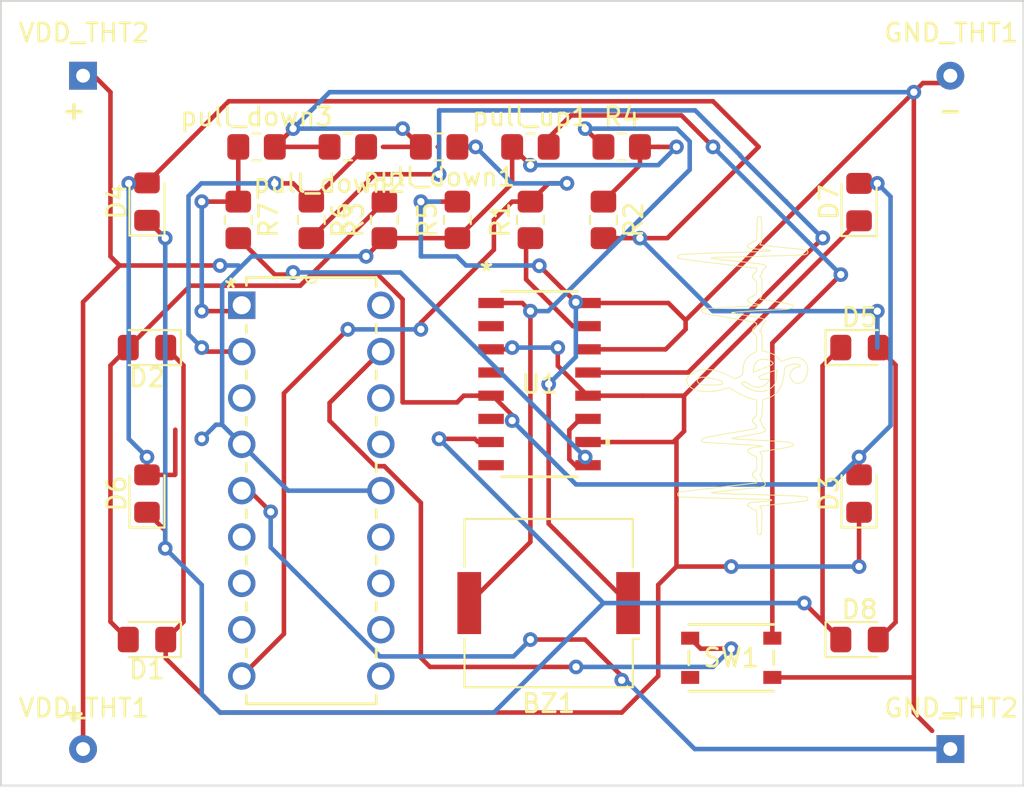
<source format=kicad_pcb>
(kicad_pcb (version 20211014) (generator pcbnew)
  (layers (0 "F.Cu" signal) (31 "B.Cu" signal) (34 "B.Paste" user) (35 "F.Paste" user) (36 "B.SilkS" user "B.Silkscreen") (37 "F.SilkS" user "F.Silkscreen") (38 "B.Mask" user) (39 "F.Mask" user) (44 "Edge.Cuts" user))
  (net 0 "")
  (net 1 "Net-(BZ1-Pad1)")
  (net 2 "Net-(BZ1-Pad2)")
  (net 3 "Net-(D1-Pad1)")
  (net 4 "Net-(D1-Pad2)")
  (net 5 "Net-(D4-Pad1)")
  (net 6 "Net-(D4-Pad2)")
  (net 7 "Net-(R1-Pad2)")
  (net 8 "Net-(R6-Pad1)")
  (net 9 "Net-(R7-Pad1)")
  (net 10 "Net-(SW1-Pad2)")
  (net 11 "Net-(R1-Pad1)")
  (net 12 "Net-(R6-Pad2)")
  (net 13 "Net-(R7-Pad2)")
  (net 14 "Net-(SW1-Pad1)")
  (net 31 "GND")
  (net 32 "+5V")
  (footprint "LED_SMD:LED_0805_2012Metric_Pad1.15x1.40mm_HandSolder" (layer "F.Cu") (at 157.025 125)
    (fp_text reference "D8")
    (fp_text value "LED")
  )
  (footprint "THT hole:VDD_THT" (layer "F.Cu") (at 114.5 94)
    (fp_text reference "VDD_THT2")
    (fp_text value "VDD_THT")
  )
  (footprint "Resistor_SMD:R_0805_2012Metric_Pad1.20x1.40mm_HandSolder" (layer "F.Cu") (at 123 102 -90)
    (fp_text reference "R7")
    (fp_text value "220R")
  )
  (footprint "MMPQ3904:SOIC16_3P9X9P9_ONS" (layer "F.Cu") (at 139.5 111)
    (fp_text reference "U1")
    (fp_text value "MMPQ3904")
  )
  (footprint "LED_SMD:LED_0805_2012Metric_Pad1.15x1.40mm_HandSolder" (layer "F.Cu") (at 118 117 90)
    (fp_text reference "D6")
    (fp_text value "LED")
  )
  (footprint "THT hole:GND_THT" (layer "F.Cu") (at 162 94)
    (fp_text reference "GND_THT1")
    (fp_text value "GND_THT")
  )
  (footprint "Resistor_SMD:R_0805_2012Metric_Pad1.20x1.40mm_HandSolder" (layer "F.Cu") (at 139 102 90)
    (fp_text reference "R1")
    (fp_text value "220R")
  )
  (footprint "LED_SMD:LED_0805_2012Metric_Pad1.15x1.40mm_HandSolder" (layer "F.Cu") (at 157 117 90)
    (fp_text reference "D3")
    (fp_text value "LED")
  )
  (footprint "THT hole:GND_THT" (layer "F.Cu") (at 162 131)
    (fp_text reference "GND_THT2")
    (fp_text value "GND_THT")
  )
  (footprint "Resistor_SMD:R_0805_2012Metric_Pad1.20x1.40mm_HandSolder" (layer "F.Cu") (at 131 102 90)
    (fp_text reference "R3")
    (fp_text value "220R")
  )
  (footprint "PTS815 SJM 250 SMTR LFS:SW4_PTS815 SJM 250 SMTR LFS_CNK" (layer "F.Cu") (at 150 126)
    (fp_text reference "SW1")
    (fp_text value "PTS815_SJM_250_SMTR_LFS" hide)
  )
  (footprint "Resistor_SMD:R_0805_2012Metric_Pad1.20x1.40mm_HandSolder" (layer "F.Cu") (at 135 102 90)
    (fp_text reference "R5")
    (fp_text value "220R")
  )
  (footprint "Resistor_SMD:R_0805_2012Metric_Pad1.20x1.40mm_HandSolder" (layer "F.Cu") (at 134 98 180)
    (fp_text reference "pull_down1")
    (fp_text value "1k")
  )
  (footprint "LED_SMD:LED_0805_2012Metric_Pad1.15x1.40mm_HandSolder" (layer "F.Cu") (at 118 125 180)
    (fp_text reference "D1")
    (fp_text value "LED")
  )
  (footprint "LED_SMD:LED_0805_2012Metric_Pad1.15x1.40mm_HandSolder" (layer "F.Cu") (at 157.025 109)
    (fp_text reference "D5")
    (fp_text value "LED")
  )
  (footprint "Resistor_SMD:R_0805_2012Metric_Pad1.20x1.40mm_HandSolder" (layer "F.Cu") (at 143 102 -90)
    (fp_text reference "R2")
    (fp_text value "220R")
  )
  (footprint "PIC16f627A THT:DIP254P762X533-18" (layer "F.Cu") (at 130.81 127)
    (fp_text reference "U2" hide)
    (fp_text value "PIC16F627-xxIP")
  )
  (footprint "LED_SMD:LED_0805_2012Metric_Pad1.15x1.40mm_HandSolder" (layer "F.Cu") (at 118 101 90)
    (fp_text reference "D4")
    (fp_text value "LED")
  )
  (footprint "LED_SMD:LED_0805_2012Metric_Pad1.15x1.40mm_HandSolder" (layer "F.Cu") (at 118 109 180)
    (fp_text reference "D2")
    (fp_text value "LED")
  )
  (footprint "Resistor_SMD:R_0805_2012Metric_Pad1.20x1.40mm_HandSolder" (layer "F.Cu") (at 129 98 180)
    (fp_text reference "pull_down2")
    (fp_text value "1k")
  )
  (footprint "Buzzer_Beeper:Buzzer_Murata_PKMCS0909E" (layer "F.Cu") (at 140 123 180)
    (fp_text reference "BZ1")
    (fp_text value "PKMCS0909E4000")
  )
  (footprint "Resistor_SMD:R_0805_2012Metric_Pad1.20x1.40mm_HandSolder" (layer "F.Cu") (at 139 98)
    (fp_text reference "pull_up1")
    (fp_text value "1k")
  )
  (footprint "Resistor_SMD:R_0805_2012Metric_Pad1.20x1.40mm_HandSolder" (layer "F.Cu") (at 127 102 -90)
    (fp_text reference "R6")
    (fp_text value "220R")
  )
  (footprint "THT hole:VDD_THT" (layer "F.Cu") (at 114.5 131)
    (fp_text reference "VDD_THT1")
    (fp_text value "VDD_THT")
  )
  (footprint "Resistor_SMD:R_0805_2012Metric_Pad1.20x1.40mm_HandSolder" (layer "F.Cu") (at 144 98)
    (fp_text reference "R4")
    (fp_text value "1M")
  )
  (footprint "Resistor_SMD:R_0805_2012Metric_Pad1.20x1.40mm_HandSolder" (layer "F.Cu") (at 124 98)
    (fp_text reference "pull_down3")
    (fp_text value "1k")
  )
  (footprint "LED_SMD:LED_0805_2012Metric_Pad1.15x1.40mm_HandSolder" (layer "F.Cu") (at 157 101.025 90)
    (fp_text reference "D7")
    (fp_text value "LED")
  )
  (gr_arc (start 151.278609 113.159178) (mid 151.255318 113.144826) (end 151.233923 113.127776) (layer "F.SilkS") (width 0.046))
  (gr_arc (start 147.658077 111.054004) (mid 147.607138 110.975062) (end 147.569836 110.888834) (layer "F.SilkS") (width 0.046))
  (gr_arc (start 151.862809 104.495726) (mid 151.885944 104.520455) (end 151.906942 104.547023) (layer "F.SilkS") (width 0.046))
  (gr_arc (start 148.498313 107.097224) (mid 148.434195 107.062367) (end 148.384558 107.008862) (layer "F.SilkS") (width 0.046))
  (gr_line (start 151.674853 102.489242) (end 151.661966 102.062924) (layer "F.SilkS") (width 0.046))
  (gr_arc (start 151.163821 117.833825) (mid 151.039489 117.761992) (end 150.923318 117.677596) (layer "F.SilkS") (width 0.046))
  (gr_arc (start 152.460173 110.238178) (mid 152.499518 110.255129) (end 152.514215 110.295376) (layer "F.SilkS") (width 0.046))
  (gr_arc (start 151.233923 113.127776) (mid 151.213864 113.107622) (end 151.196091 113.085426) (layer "F.SilkS") (width 0.046))
  (gr_arc (start 151.220189 110.212501) (mid 151.22138 110.179555) (end 151.224953 110.146782) (layer "F.SilkS") (width 0.046))
  (gr_line (start 150.041971 107.06857) (end 150.490397 107.036699) (layer "F.SilkS") (width 0.046))
  (gr_arc (start 153.228302 110.521366) (mid 153.245649 110.403595) (end 153.29355 110.294618) (layer "F.SilkS") (width 0.046))
  (gr_line (start 153.344511 106.656026) (end 153.110527 106.601936) (layer "F.SilkS") (width 0.046))
  (gr_arc (start 148.91552 104.095461) (mid 148.912195 104.083471) (end 148.92173 104.075553) (layer "F.SilkS") (width 0.046))
  (gr_line (start 152.075519 103.98428) (end 153.838795 103.925055) (layer "F.SilkS") (width 0.046))
  (gr_arc (start 147.145394 116.928013) (mid 147.196611 116.913556) (end 147.249055 116.904514) (layer "F.SilkS") (width 0.046))
  (gr_arc (start 151.196091 112.903339) (mid 151.213874 112.879534) (end 151.233916 112.857598) (layer "F.SilkS") (width 0.046))
  (gr_arc (start 148.314706 110.230906) (mid 148.485036 110.205813) (end 148.657049 110.198512) (layer "F.SilkS") (width 0.046))
  (gr_arc (start 151.351634 104.630713) (mid 151.201906 104.628328) (end 151.052723 104.615337) (layer "F.SilkS") (width 0.046))
  (gr_arc (start 151.196091 105.195201) (mid 151.181797 105.170826) (end 151.170399 105.144971) (layer "F.SilkS") (width 0.046))
  (gr_line (start 152.713276 114.141149) (end 151.643283 114.087137) (layer "F.SilkS") (width 0.046))
  (gr_arc (start 150.794702 109.671674) (mid 150.880271 109.554057) (end 150.982859 109.450948) (layer "F.SilkS") (width 0.046))
  (gr_line (start 149.831671 104.223167) (end 149.366577 104.169455) (layer "F.SilkS") (width 0.046))
  (gr_arc (start 152.085196 110.790969) (mid 152.054908 110.83826) (end 152.021606 110.883479) (layer "F.SilkS") (width 0.046))
  (gr_arc (start 151.161769 108.075078) (mid 151.163929 108.050151) (end 151.170347 108.025968) (layer "F.SilkS") (width 0.046))
  (gr_line (start 148.736397 103.821461) (end 147.793092 103.862169) (layer "F.SilkS") (width 0.046))
  (gr_arc (start 153.013247 110.027744) (mid 153.072002 109.994125) (end 153.133331 109.965468) (layer "F.SilkS") (width 0.046))
  (gr_arc (start 151.541499 101.796488) (mid 151.576905 101.803995) (end 151.606217 101.825224) (layer "F.SilkS") (width 0.046))
  (gr_line (start 151.597576 117.687328) (end 151.961866 117.645349) (layer "F.SilkS") (width 0.046))
  (gr_line (start 150.316829 107.150726) (end 150.074465 107.102916) (layer "F.SilkS") (width 0.046))
  (gr_arc (start 151.286703 109.922432) (mid 151.349852 109.821467) (end 151.437062 109.740375) (layer "F.SilkS") (width 0.046))
  (gr_arc (start 149.021482 110.233504) (mid 149.214034 110.276911) (end 149.402526 110.335487) (layer "F.SilkS") (width 0.046))
  (gr_arc (start 148.439372 111.033953) (mid 148.320788 111.005728) (end 148.216219 110.943086) (layer "F.SilkS") (width 0.046))
  (gr_arc (start 150.036733 107.084748) (mid 150.033852 107.07486) (end 150.041971 107.06857) (layer "F.SilkS") (width 0.046))
  (gr_arc (start 151.557279 106.6401) (mid 151.57355 106.644842) (end 151.588186 106.653387) (layer "F.SilkS") (width 0.046))
  (gr_line (start 151.474944 104.399066) (end 151.041558 104.344357) (layer "F.SilkS") (width 0.046))
  (gr_line (start 154.096456 117.16801) (end 153.457824 117.127998) (layer "F.SilkS") (width 0.046))
  (gr_arc (start 151.768213 113.366486) (mid 151.745947 113.342635) (end 151.725925 113.316871) (layer "F.SilkS") (width 0.046))
  (gr_arc (start 152.790695 110.930687) (mid 152.709269 111.133412) (end 152.598936 111.321968) (layer "F.SilkS") (width 0.046))
  (gr_arc (start 151.233924 105.240183) (mid 151.213754 105.218746) (end 151.196091 105.195201) (layer "F.SilkS") (width 0.046))
  (gr_line (start 153.047891 109.646205) (end 152.743264 109.751457) (layer "F.SilkS") (width 0.046))
  (gr_arc (start 151.078737 103.572333) (mid 150.985483 103.546851) (end 150.904593 103.493909) (layer "F.SilkS") (width 0.046))
  (gr_arc (start 152.44568 109.45952) (mid 152.50031 109.504241) (end 152.551321 109.553048) (layer "F.SilkS") (width 0.046))
  (gr_line (start 152.016134 103.65601) (end 152.143196 103.678376) (layer "F.SilkS") (width 0.046))
  (gr_arc (start 151.759778 116.603686) (mid 151.555496 116.650827) (end 151.348179 116.682024) (layer "F.SilkS") (width 0.046))
  (gr_arc (start 149.870056 111.208217) (mid 149.910819 111.213169) (end 149.949267 111.227595) (layer "F.SilkS") (width 0.046))
  (gr_line (start 149.036448 117.246079) (end 150.618839 117.294499) (layer "F.SilkS") (width 0.046))
  (gr_line (start 149.366577 104.169455) (end 148.964929 104.118158) (layer "F.SilkS") (width 0.046))
  (gr_arc (start 151.726161 116.297111) (mid 151.710318 116.272043) (end 151.696938 116.245579) (layer "F.SilkS") (width 0.046))
  (gr_arc (start 153.706565 109.925547) (mid 153.749836 109.948651) (end 153.776417 109.989893) (layer "F.SilkS") (width 0.046))
  (gr_arc (start 154.194075 103.795876) (mid 154.175307 103.831299) (end 154.147294 103.859977) (layer "F.SilkS") (width 0.046))
  (gr_arc (start 153.528761 109.901092) (mid 153.618266 109.908931) (end 153.706565 109.925547) (layer "F.SilkS") (width 0.046))
  (gr_line (start 152.514215 110.295376) (end 152.485627 110.582061) (layer "F.SilkS") (width 0.046))
  (gr_line (start 151.682949 108.490748) (end 151.668636 108.326165) (layer "F.SilkS") (width 0.046))
  (gr_line (start 152.849126 103.510925) (end 152.368553 103.460395) (layer "F.SilkS") (width 0.046))
  (gr_arc (start 151.644291 116.067456) (mid 151.656489 116.08916) (end 151.666956 116.111749) (layer "F.SilkS") (width 0.046))
  (gr_line (start 152.023464 109.26105) (end 151.687549 109.167462) (layer "F.SilkS") (width 0.046))
  (gr_arc (start 151.233916 112.857598) (mid 151.255277 112.838663) (end 151.278609 112.822216) (layer "F.SilkS") (width 0.046))
  (gr_arc (start 149.768819 111.222158) (mid 149.818955 111.211687) (end 149.870056 111.208217) (layer "F.SilkS") (width 0.046))
  (gr_arc (start 152.195137 117.336662) (mid 152.208076 117.343109) (end 152.213329 117.356593) (layer "F.SilkS") (width 0.046))
  (gr_line (start 150.609776 113.855613) (end 150.943561 113.800969) (layer "F.SilkS") (width 0.046))
  (gr_line (start 151.391626 103.110514) (end 151.163821 103.226731) (layer "F.SilkS") (width 0.046))
  (gr_arc (start 148.657049 110.198512) (mid 148.840021 110.208144) (end 149.021482 110.233504) (layer "F.SilkS") (width 0.046))
  (gr_line (start 152.010009 117.321567) (end 152.195137 117.336662) (layer "F.SilkS") (width 0.046))
  (gr_arc (start 150.982859 109.450948) (mid 151.098964 109.366051) (end 151.227052 109.300615) (layer "F.SilkS") (width 0.046))
  (gr_arc (start 151.349764 107.646565) (mid 151.383052 107.675781) (end 151.395449 107.718307) (layer "F.SilkS") (width 0.046))
  (gr_line (start 148.834475 114.209663) (end 149.289178 114.24169) (layer "F.SilkS") (width 0.046))
  (gr_line (start 151.391036 105.503774) (end 151.395449 105.706027) (layer "F.SilkS") (width 0.046))
  (gr_line (start 150.865152 114.32514) (end 151.285437 114.352173) (layer "F.SilkS") (width 0.046))
  (gr_arc (start 151.860132 116.506692) (mid 151.822415 116.568082) (end 151.759778 116.603686) (layer "F.SilkS") (width 0.046))
  (gr_arc (start 151.666956 116.111749) (mid 151.675609 116.13503) (end 151.682428 116.158913) (layer "F.SilkS") (width 0.046))
  (gr_arc (start 150.909235 103.386587) (mid 151.032972 103.300996) (end 151.163821 103.226731) (layer "F.SilkS") (width 0.046))
  (gr_arc (start 147.09382 117.115944) (mid 147.084657 117.098945) (end 147.077833 117.080881) (layer "F.SilkS") (width 0.046))
  (gr_arc (start 147.108427 104.101434) (mid 147.098478 104.090101) (end 147.091055 104.076976) (layer "F.SilkS") (width 0.046))
  (gr_arc (start 147.117479 116.94432) (mid 147.130614 116.934759) (end 147.145394 116.928013) (layer "F.SilkS") (width 0.046))
  (gr_arc (start 151.394166 104.664864) (mid 151.398057 104.709359) (end 151.392059 104.753619) (layer "F.SilkS") (width 0.046))
  (gr_arc (start 148.149698 110.858023) (mid 148.137669 110.814317) (end 148.141894 110.769184) (layer "F.SilkS") (width 0.046))
  (gr_arc (start 154.190428 117.306122) (mid 154.186498 117.323967) (end 154.180353 117.341174) (layer "F.SilkS") (width 0.046))
  (gr_arc (start 151.278609 116.138598) (mid 151.255183 116.123951) (end 151.233924 116.106303) (layer "F.SilkS") (width 0.046))
  (gr_line (start 151.687549 109.167462) (end 151.687549 108.692154) (layer "F.SilkS") (width 0.046))
  (gr_arc (start 151.319619 114.951223) (mid 151.349679 114.977148) (end 151.370411 115.011002) (layer "F.SilkS") (width 0.046))
  (gr_arc (start 151.617445 105.167322) (mid 151.659345 105.228231) (end 151.676694 105.300096) (layer "F.SilkS") (width 0.046))
  (gr_arc (start 151.317246 106.103289) (mid 151.259346 106.138906) (end 151.199027 106.170253) (layer "F.SilkS") (width 0.046))
  (gr_line (start 151.78657 117.310564) (end 152.010009 117.321567) (layer "F.SilkS") (width 0.046))
  (gr_arc (start 151.687549 107.8384) (mid 151.689919 107.815902) (end 151.696938 107.794397) (layer "F.SilkS") (width 0.046))
  (gr_arc (start 151.682428 116.158913) (mid 151.686265 116.180091) (end 151.687549 116.201576) (layer "F.SilkS") (width 0.046))
  (gr_arc (start 152.323969 109.380419) (mid 152.386229 109.417808) (end 152.44568 109.45952) (layer "F.SilkS") (width 0.046))
  (gr_line (start 151.961866 117.645349) (end 152.37218 117.599779) (layer "F.SilkS") (width 0.046))
  (gr_arc (start 151.619921 113.056498) (mid 151.633867 113.072246) (end 151.645822 113.089556) (layer "F.SilkS") (width 0.046))
  (gr_line (start 152.105967 110.351623) (end 152.275202 110.292198) (layer "F.SilkS") (width 0.046))
  (gr_arc (start 151.940416 109.64953) (mid 152.075932 109.692984) (end 152.201724 109.759534) (layer "F.SilkS") (width 0.046))
  (gr_arc (start 151.696938 107.794397) (mid 151.710321 107.767934) (end 151.726161 107.742865) (layer "F.SilkS") (width 0.046))
  (gr_arc (start 151.02841 114.522951) (mid 151.199955 114.482723) (end 151.373678 114.453291) (layer "F.SilkS") (width 0.046))
  (gr_arc (start 150.036733 113.97466) (mid 150.054536 113.962874) (end 150.074761 113.956035) (layer "F.SilkS") (width 0.046))
  (gr_arc (start 147.563673 110.73493) (mid 147.595624 110.652744) (end 147.646924 110.581028) (layer "F.SilkS") (width 0.046))
  (gr_line (start 150.373099 104.277419) (end 149.831671 104.223167) (layer "F.SilkS") (width 0.046))
  (gr_arc (start 151.395449 113.330251) (mid 151.383021 113.376038) (end 151.349115 113.409211) (layer "F.SilkS") (width 0.046))
  (gr_line (start 151.677441 106.120362) (end 151.687962 105.710204) (layer "F.SilkS") (width 0.046))
  (gr_arc (start 153.291991 110.73973) (mid 153.243849 110.6353) (end 153.228302 110.521366) (layer "F.SilkS") (width 0.046))
  (gr_arc (start 151.644291 107.97252) (mid 151.631867 107.990315) (end 151.617445 108.006534) (layer "F.SilkS") (width 0.046))
  (gr_arc (start 151.725925 113.316871) (mid 151.710175 113.292126) (end 151.696906 113.265968) (layer "F.SilkS") (width 0.046))
  (gr_arc (start 148.299496 110.64689) (mid 148.44604 110.625503) (end 148.594065 110.630079) (layer "F.SilkS") (width 0.046))
  (gr_arc (start 154.092488 110.609544) (mid 154.020097 110.73989) (end 153.925437 110.855087) (layer "F.SilkS") (width 0.046))
  (gr_arc (start 151.818192 113.40693) (mid 151.792249 113.387886) (end 151.768213 113.366486) (layer "F.SilkS") (width 0.046))
  (gr_line (start 148.828636 107.184723) (end 149.564122 107.313403) (layer "F.SilkS") (width 0.046))
  (gr_arc (start 151.588186 106.653387) (mid 151.590953 106.660926) (end 151.585159 106.66644) (layer "F.SilkS") (width 0.046))
  (gr_arc (start 147.077833 117.080881) (mid 147.07374 117.062697) (end 147.072369 117.044108) (layer "F.SilkS") (width 0.046))
  (gr_arc (start 151.233915 107.924207) (mid 151.255123 107.904614) (end 151.278609 107.88782) (layer "F.SilkS") (width 0.046))
  (gr_arc (start 153.709268 110.96676) (mid 153.593313 110.965246) (end 153.484842 110.92423) (layer "F.SilkS") (width 0.046))
  (gr_arc (start 151.391968 109.068067) (mid 151.386594 109.124532) (end 151.373253 109.179661) (layer "F.SilkS") (width 0.046))
  (gr_line (start 151.439264 110.263292) (end 151.220189 110.356586) (layer "F.SilkS") (width 0.046))
  (gr_line (start 150.943561 113.800969) (end 151.543004 113.697116) (layer "F.SilkS") (width 0.046))
  (gr_arc (start 151.818192 113.40693) (mid 151.861398 113.453648) (end 151.87826 113.514995) (layer "F.SilkS") (width 0.046))
  (gr_line (start 152.890965 110.448842) (end 152.921249 110.198213) (layer "F.SilkS") (width 0.046))
  (gr_arc (start 152.023464 109.26105) (mid 152.104389 109.285818) (end 152.183956 109.314653) (layer "F.SilkS") (width 0.046))
  (gr_line (start 151.67825 118.257937) (end 151.670325 118.02927) (layer "F.SilkS") (width 0.046))
  (gr_line (start 148.442504 114.176527) (end 148.834475 114.209663) (layer "F.SilkS") (width 0.046))
  (gr_arc (start 150.635989 110.260371) (mid 150.646127 110.102901) (end 150.67637 109.94803) (layer "F.SilkS") (width 0.046))
  (gr_arc (start 153.365549 106.797896) (mid 153.2722 106.843145) (end 153.171886 106.869577) (layer "F.SilkS") (width 0.046))
  (gr_arc (start 151.361127 113.235225) (mid 151.375391 113.258922) (end 151.386833 113.284102) (layer "F.SilkS") (width 0.046))
  (gr_arc (start 151.596921 106.351757) (mid 151.585151 106.348231) (end 151.574604 106.341924) (layer "F.SilkS") (width 0.046))
  (gr_arc (start 154.112432 109.879661) (mid 154.157688 109.984866) (end 154.183289 110.096494) (layer "F.SilkS") (width 0.046))
  (gr_arc (start 151.195443 107.594197) (mid 151.274041 107.616147) (end 151.349764 107.646565) (layer "F.SilkS") (width 0.046))
  (gr_arc (start 151.170351 113.039069) (mid 151.163924 113.017916) (end 151.161769 112.995915) (layer "F.SilkS") (width 0.046))
  (gr_arc (start 151.323294 113.191162) (mid 151.343426 113.21215) (end 151.361127 113.235225) (layer "F.SilkS") (width 0.046))
  (gr_arc (start 151.205584 114.892401) (mid 151.263784 114.91952) (end 151.319619 114.951223) (layer "F.SilkS") (width 0.046))
  (gr_line (start 151.623005 117.442152) (end 151.107369 117.487187) (layer "F.SilkS") (width 0.046))
  (gr_line (start 151.315623 106.70736) (end 150.897959 106.734416) (layer "F.SilkS") (width 0.046))
  (gr_arc (start 151.589117 111.406487) (mid 151.488569 111.402929) (end 151.388532 111.392195) (layer "F.SilkS") (width 0.046))
  (gr_arc (start 152.890965 110.448842) (mid 152.853257 110.69235) (end 152.790695 110.930687) (layer "F.SilkS") (width 0.046))
  (gr_arc (start 151.687549 104.85898) (mid 151.689923 104.836484) (end 151.696938 104.814977) (layer "F.SilkS") (width 0.046))
  (gr_arc (start 151.617445 116.033442) (mid 151.600882 116.015152) (end 151.586214 115.995309) (layer "F.SilkS") (width 0.046))
  (gr_line (start 151.239728 110.067858) (end 151.261217 109.988823) (layer "F.SilkS") (width 0.046))
  (gr_arc (start 152.028577 110.730142) (mid 152.056016 110.734067) (end 152.079512 110.74876) (layer "F.SilkS") (width 0.046))
  (gr_arc (start 151.574604 106.341924) (mid 151.570454 106.336313) (end 151.569839 106.32937) (layer "F.SilkS") (width 0.046))
  (gr_arc (start 150.909441 114.630154) (mid 150.956048 114.562265) (end 151.02841 114.522951) (layer "F.SilkS") (width 0.046))
  (gr_arc (start 151.326327 109.244823) (mid 151.278356 109.275685) (end 151.227052 109.300615) (layer "F.SilkS") (width 0.046))
  (gr_arc (start 151.682601 113.17967) (mid 151.686311 113.200769) (end 151.687549 113.222156) (layer "F.SilkS") (width 0.046))
  (gr_line (start 151.623903 110.536838) (end 151.916989 110.422077) (layer "F.SilkS") (width 0.046))
  (gr_line (start 151.818994 104.671415) (end 151.891506 104.617468) (layer "F.SilkS") (width 0.046))
  (gr_arc (start 148.394449 114.154106) (mid 148.371052 114.104601) (end 148.384381 114.051487) (layer "F.SilkS") (width 0.046))
  (gr_arc (start 148.384381 114.051487) (mid 148.434283 113.998049) (end 148.498577 113.963241) (layer "F.SilkS") (width 0.046))
  (gr_line (start 151.626997 103.736913) (end 151.100174 103.758152) (layer "F.SilkS") (width 0.046))
  (gr_arc (start 151.233924 116.106303) (mid 151.213753 116.084867) (end 151.196091 116.061321) (layer "F.SilkS") (width 0.046))
  (gr_arc (start 151.653404 103.195186) (mid 151.642904 103.232091) (end 151.622713 103.264719) (layer "F.SilkS") (width 0.046))
  (gr_arc (start 151.569839 114.730602) (mid 151.570456 114.723491) (end 151.574604 114.717686) (layer "F.SilkS") (width 0.046))
  (gr_arc (start 151.391292 112.555713) (mid 151.385967 112.620357) (end 151.374477 112.684194) (layer "F.SilkS") (width 0.046))
  (gr_line (start 149.217324 116.67052) (end 147.249055 116.904514) (layer "F.SilkS") (width 0.046))
  (gr_arc (start 151.645822 113.089556) (mid 151.657601 113.11088) (end 151.667683 113.133057) (layer "F.SilkS") (width 0.046))
  (gr_line (start 150.208867 110.712318) (end 149.794413 110.503139) (layer "F.SilkS") (width 0.046))
  (gr_arc (start 148.052912 110.309276) (mid 148.181993 110.264024) (end 148.314706 110.230906) (layer "F.SilkS") (width 0.046))
  (gr_line (start 149.52406 104.045658) (end 150.448361 104.033094) (layer "F.SilkS") (width 0.046))
  (gr_line (start 149.832319 116.836102) (end 150.373099 116.782318) (layer "F.SilkS") (width 0.046))
  (gr_line (start 150.928089 107.257109) (end 150.600236 107.202619) (layer "F.SilkS") (width 0.046))
  (gr_line (start 150.473049 117.034987) (end 149.864866 117.017168) (layer "F.SilkS") (width 0.046))
  (gr_arc (start 153.469308 110.124802) (mid 153.583163 110.078648) (end 153.705006 110.062918) (layer "F.SilkS") (width 0.046))
  (gr_line (start 149.270459 104.049144) (end 149.52406 104.045658) (layer "F.SilkS") (width 0.046))
  (gr_arc (start 151.526394 110.590563) (mid 151.573508 110.560723) (end 151.623903 110.536838) (layer "F.SilkS") (width 0.046))
  (gr_line (start 151.687962 115.350352) (end 151.677441 114.940194) (layer "F.SilkS") (width 0.046))
  (gr_line (start 150.400024 106.762774) (end 149.848538 106.789691) (layer "F.SilkS") (width 0.046))
  (gr_line (start 150.775218 110.889583) (end 150.848591 110.923963) (layer "F.SilkS") (width 0.046))
  (gr_line (start 151.699602 112.344672) (end 151.716759 111.857298) (layer "F.SilkS") (width 0.046))
  (gr_arc (start 151.55619 111.161882) (mid 151.419285 111.167702) (end 151.283946 111.14625) (layer "F.SilkS") (width 0.046))
  (gr_arc (start 154.176295 110.342565) (mid 154.141894 110.47841) (end 154.092488 110.609544) (layer "F.SilkS") (width 0.046))
  (gr_arc (start 148.442504 114.176527) (mid 148.416501 114.169552) (end 148.394449 114.154106) (layer "F.SilkS") (width 0.046))
  (gr_arc (start 151.323303 107.852749) (mid 151.301897 107.871484) (end 151.278609 107.88782) (layer "F.SilkS") (width 0.046))
  (gr_arc (start 154.16261 117.367365) (mid 154.140705 117.383166) (end 154.114945 117.391301) (layer "F.SilkS") (width 0.046))
  (gr_arc (start 152.201724 109.759534) (mid 152.243949 109.792055) (end 152.280327 109.831006) (layer "F.SilkS") (width 0.046))
  (gr_arc (start 153.365785 114.262372) (mid 153.40117 114.310745) (end 153.391685 114.369918) (layer "F.SilkS") (width 0.046))
  (gr_arc (start 151.283946 111.14625) (mid 151.14754 111.097708) (end 151.021277 111.026848) (layer "F.SilkS") (width 0.046))
  (gr_arc (start 148.384558 107.008862) (mid 148.371386 106.955602) (end 148.394886 106.906013) (layer "F.SilkS") (width 0.046))
  (gr_arc (start 147.811567 111.203784) (mid 147.729487 111.134361) (end 147.658077 111.054004) (layer "F.SilkS") (width 0.046))
  (gr_line (start 152.039921 117.402184) (end 151.84934 117.424794) (layer "F.SilkS") (width 0.046))
  (gr_arc (start 148.141894 110.769184) (mid 148.162078 110.726879) (end 148.195275 110.693784) (layer "F.SilkS") (width 0.046))
  (gr_line (start 151.687549 108.692154) (end 151.682949 108.490748) (layer "F.SilkS") (width 0.046))
  (gr_line (start 151.594165 103.61659) (end 151.830591 103.634322) (layer "F.SilkS") (width 0.046))
  (gr_line (start 150.489939 103.775449) (end 148.736397 103.821461) (layer "F.SilkS") (width 0.046))
  (gr_arc (start 154.068164 103.896569) (mid 153.954115 103.915927) (end 153.838795 103.925055) (layer "F.SilkS") (width 0.046))
  (gr_line (start 147.176186 104.133056) (end 149.16283 104.381316) (layer "F.SilkS") (width 0.046))
  (gr_arc (start 151.347811 104.857381) (mid 151.317416 104.894175) (end 151.278609 104.921958) (layer "F.SilkS") (width 0.046))
  (gr_arc (start 151.421034 102.051009) (mid 151.427249 101.972769) (end 151.439745 101.895284) (layer "F.SilkS") (width 0.046))
  (gr_arc (start 152.418369 110.244779) (mid 152.439012 110.239837) (end 152.460173 110.238178) (layer "F.SilkS") (width 0.046))
  (gr_arc (start 151.666956 104.948807) (mid 151.656484 104.971394) (end 151.644291 104.9931) (layer "F.SilkS") (width 0.046))
  (gr_arc (start 151.598062 117.762869) (mid 151.588891 117.747921) (end 151.580962 117.732278) (layer "F.SilkS") (width 0.046))
  (gr_arc (start 150.074465 107.102916) (mid 150.054461 107.096198) (end 150.036733 107.084748) (layer "F.SilkS") (width 0.046))
  (gr_arc (start 151.818994 116.389141) (mid 151.858923 116.441144) (end 151.860132 116.506692) (layer "F.SilkS") (width 0.046))
  (gr_line (start 152.082254 103.714178) (end 151.626997 103.736913) (layer "F.SilkS") (width 0.046))
  (gr_arc (start 151.170347 108.025968) (mid 151.181808 107.998762) (end 151.196091 107.972926) (layer "F.SilkS") (width 0.046))
  (gr_line (start 153.746253 103.610883) (end 153.331608 103.562446) (layer "F.SilkS") (width 0.046))
  (gr_arc (start 151.586214 108.044667) (mid 151.600884 108.024826) (end 151.617445 108.006534) (layer "F.SilkS") (width 0.046))
  (gr_arc (start 152.021606 110.883479) (mid 151.924373 110.986485) (end 151.810423 111.070629) (layer "F.SilkS") (width 0.046))
  (gr_line (start 152.275202 110.292198) (end 152.418369 110.244779) (layer "F.SilkS") (width 0.046))
  (gr_arc (start 150.578438 111.005839) (mid 150.567889 110.987534) (end 150.56519 110.966582) (layer "F.SilkS") (width 0.046))
  (gr_arc (start 151.805285 111.381351) (mid 151.697927 111.400159) (end 151.589117 111.406487) (layer "F.SilkS") (width 0.046))
  (gr_arc (start 147.117478 117.144051) (mid 147.104665 117.130825) (end 147.09382 117.115944) (layer "F.SilkS") (width 0.046))
  (gr_line (start 151.822601 110.105139) (end 151.67979 110.163288) (layer "F.SilkS") (width 0.046))
  (gr_arc (start 150.702914 110.885633) (mid 150.719166 110.882783) (end 150.73563 110.881693) (layer "F.SilkS") (width 0.046))
  (gr_arc (start 151.661966 118.997632) (mid 151.65581 119.079576) (end 151.643384 119.160805) (layer "F.SilkS") (width 0.046))
  (gr_line (start 152.368553 103.460395) (end 151.960138 103.415025) (layer "F.SilkS") (width 0.046))
  (gr_arc (start 151.17028 112.952014) (mid 151.181914 112.927003) (end 151.196091 112.903339) (layer "F.SilkS") (width 0.046))
  (gr_line (start 149.530678 111.292791) (end 149.768819 111.222158) (layer "F.SilkS") (width 0.046))
  (gr_arc (start 154.148971 103.670737) (mid 154.176052 103.694508) (end 154.193854 103.725836) (layer "F.SilkS") (width 0.046))
  (gr_line (start 151.453869 114.369564) (end 151.716759 114.406156) (layer "F.SilkS") (width 0.046))
  (gr_line (start 151.849039 106.393547) (end 151.596921 106.351757) (layer "F.SilkS") (width 0.046))
  (gr_line (start 151.391626 117.950042) (end 151.408143 118.607055) (layer "F.SilkS") (width 0.046))
  (gr_arc (start 153.777995 110.01768) (mid 153.773372 110.030482) (end 153.765335 110.041467) (layer "F.SilkS") (width 0.046))
  (gr_arc (start 151.606217 119.235332) (mid 151.576904 119.25656) (end 151.541499 119.264068) (layer "F.SilkS") (width 0.046))
  (gr_arc (start 151.591656 113.020287) (mid 151.584586 113.00401) (end 151.581971 112.986458) (layer "F.SilkS") (width 0.046))
  (gr_arc (start 151.233923 108.219488) (mid 151.213742 108.197882) (end 151.196091 108.174163) (layer "F.SilkS") (width 0.046))
  (gr_arc (start 151.391049 105.943049) (mid 151.384665 105.992638) (end 151.369443 106.040263) (layer "F.SilkS") (width 0.046))
  (gr_line (start 150.074761 113.956035) (end 150.321373 113.907818) (layer "F.SilkS") (width 0.046))
  (gr_line (start 153.109421 114.457585) (end 153.345518 114.403388) (layer "F.SilkS") (width 0.046))
  (gr_line (start 153.110527 106.601936) (end 152.821067 106.545367) (layer "F.SilkS") (width 0.046))
  (gr_arc (start 151.598062 103.297687) (mid 151.60997 103.280891) (end 151.622713 103.264719) (layer "F.SilkS") (width 0.046))
  (gr_line (start 150.933714 110.970994) (end 151.021277 111.026848) (layer "F.SilkS") (width 0.046))
  (gr_arc (start 153.484842 110.92423) (mid 153.377878 110.842995) (end 153.291991 110.73973) (layer "F.SilkS") (width 0.046))
  (gr_arc (start 151.818994 116.389141) (mid 151.792895 116.369544) (end 151.768707 116.34763) (layer "F.SilkS") (width 0.046))
  (gr_arc (start 149.444688 110.821906) (mid 149.503535 110.864508) (end 149.526009 110.93359) (layer "F.SilkS") (width 0.046))
  (gr_line (start 151.661966 118.997632) (end 151.674853 118.571314) (layer "F.SilkS") (width 0.046))
  (gr_arc (start 152.079512 110.74876) (mid 152.089739 110.768878) (end 152.085196 110.790969) (layer "F.SilkS") (width 0.046))
  (gr_arc (start 151.590285 112.951201) (mid 151.602749 112.930113) (end 151.617369 112.910457) (layer "F.SilkS") (width 0.046))
  (gr_arc (start 151.576989 117.695631) (mid 151.586724 117.690096) (end 151.597576 117.687328) (layer "F.SilkS") (width 0.046))
  (gr_arc (start 151.593766 114.779599) (mid 151.584714 114.76656) (end 151.577032 114.752668) (layer "F.SilkS") (width 0.046))
  (gr_arc (start 153.391306 106.690025) (mid 153.400872 106.749327) (end 153.365549 106.797896) (layer "F.SilkS") (width 0.046))
  (gr_arc (start 151.617445 108.146742) (mid 151.600882 108.128452) (end 151.586214 108.108609) (layer "F.SilkS") (width 0.046))
  (gr_arc (start 151.574604 114.717686) (mid 151.585191 114.711083) (end 151.597125 114.707445) (layer "F.SilkS") (width 0.046))
  (gr_arc (start 154.183568 117.232619) (mid 154.188883 117.250012) (end 154.191718 117.267977) (layer "F.SilkS") (width 0.046))
  (gr_arc (start 150.948053 106.315595) (mid 151.070563 106.237783) (end 151.199027 106.170253) (layer "F.SilkS") (width 0.046))
  (gr_line (start 151.1506 116.4415) (end 149.217324 116.67052) (layer "F.SilkS") (width 0.046))
  (gr_line (start 152.195684 117.377527) (end 152.039921 117.402184) (layer "F.SilkS") (width 0.046))
  (gr_arc (start 147.081303 104.043357) (mid 147.079635 104.024779) (end 147.080256 104.006136) (layer "F.SilkS") (width 0.046))
  (gr_line (start 148.92173 104.075553) (end 149.069219 104.060138) (layer "F.SilkS") (width 0.046))
  (gr_line (start 151.670325 118.02927) (end 151.653404 117.86537) (layer "F.SilkS") (width 0.046))
  (gr_line (start 151.585159 106.66644) (end 151.453869 106.690736) (layer "F.SilkS") (width 0.046))
  (gr_line (start 151.543882 110.219318) (end 151.439264 110.263292) (layer "F.SilkS") (width 0.046))
  (gr_line (start 149.848538 106.789691) (end 149.307761 106.817855) (layer "F.SilkS") (width 0.046))
  (gr_line (start 151.687962 105.710204) (end 151.676694 105.300096) (layer "F.SilkS") (width 0.046))
  (gr_line (start 149.030477 110.706889) (end 149.444688 110.821906) (layer "F.SilkS") (width 0.046))
  (gr_arc (start 153.047891 109.646205) (mid 153.20011 109.59868) (end 153.35491 109.560392) (layer "F.SilkS") (width 0.046))
  (gr_arc (start 151.572617 103.352775) (mid 151.576174 103.340317) (end 151.580962 103.328278) (layer "F.SilkS") (width 0.046))
  (gr_line (start 151.408143 102.453501) (end 151.391626 103.110514) (layer "F.SilkS") (width 0.046))
  (gr_arc (start 151.643384 119.160805) (mid 151.629908 119.200616) (end 151.606217 119.235332) (layer "F.SilkS") (width 0.046))
  (gr_arc (start 151.476994 119.23651) (mid 151.453323 119.20353) (end 151.439745 119.165272) (layer "F.SilkS") (width 0.046))
  (gr_arc (start 151.772153 104.448478) (mid 151.820999 104.465347) (end 151.862809 104.495726) (layer "F.SilkS") (width 0.046))
  (gr_arc (start 151.261217 109.988823) (mid 151.272951 109.95524) (end 151.286703 109.922432) (layer "F.SilkS") (width 0.046))
  (gr_arc (start 151.643751 112.855069) (mid 151.634007 112.884404) (end 151.617369 112.910457) (layer "F.SilkS") (width 0.046))
  (gr_arc (start 151.696938 104.814977) (mid 151.710322 104.788515) (end 151.726161 104.763445) (layer "F.SilkS") (width 0.046))
  (gr_line (start 151.395449 115.348657) (end 151.39108 115.554708) (layer "F.SilkS") (width 0.046))
  (gr_arc (start 151.170399 116.011091) (mid 151.16395 115.987601) (end 151.161769 115.963338) (layer "F.SilkS") (width 0.046))
  (gr_arc (start 151.369443 106.040263) (mid 151.34797 106.075607) (end 151.317246 106.103289) (layer "F.SilkS") (width 0.046))
  (gr_line (start 150.490397 107.036699) (end 151.013282 107.004514) (layer "F.SilkS") (width 0.046))
  (gr_arc (start 150.54529 110.543651) (mid 150.484748 110.5787) (end 150.422428 110.610478) (layer "F.SilkS") (width 0.046))
  (gr_arc (start 151.170399 115.915585) (mid 151.181796 115.889729) (end 151.196091 115.865355) (layer "F.SilkS") (width 0.046))
  (gr_line (start 150.373099 116.782318) (end 151.348179 116.682024) (layer "F.SilkS") (width 0.046))
  (gr_arc (start 147.820467 110.432456) (mid 147.933494 110.364836) (end 148.052912 110.309276) (layer "F.SilkS") (width 0.046))
  (gr_arc (start 152.921249 110.198213) (mid 152.933307 110.144277) (end 152.953972 110.09302) (layer "F.SilkS") (width 0.046))
  (gr_line (start 152.855008 117.549013) (end 153.339866 117.495722) (layer "F.SilkS") (width 0.046))
  (gr_arc (start 148.216219 110.943086) (mid 148.178379 110.904136) (end 148.149698 110.858023) (layer "F.SilkS") (width 0.046))
  (gr_line (start 151.224953 110.146782) (end 151.239728 110.067858) (layer "F.SilkS") (width 0.046))
  (gr_line (start 149.360666 116.99561) (end 148.930824 116.972622) (layer "F.SilkS") (width 0.046))
  (gr_arc (start 148.498577 113.963241) (mid 148.662225 113.913199) (end 148.829203 113.875739) (layer "F.SilkS") (width 0.046))
  (gr_arc (start 151.618419 114.807596) (mid 151.660234 114.868421) (end 151.677441 114.940194) (layer "F.SilkS") (width 0.046))
  (gr_arc (start 151.644291 104.9931) (mid 151.631868 105.010896) (end 151.617445 105.027114) (layer "F.SilkS") (width 0.046))
  (gr_line (start 151.849151 114.665493) (end 152.13691 114.619646) (layer "F.SilkS") (width 0.046))
  (gr_line (start 152.473304 106.48981) (end 152.136676 106.439292) (layer "F.SilkS") (width 0.046))
  (gr_arc (start 151.77785 110.751097) (mid 151.732099 110.749183) (end 151.686662 110.743499) (layer "F.SilkS") (width 0.046))
  (gr_arc (start 151.013088 106.534236) (mid 150.948146 106.497319) (end 150.908316 106.434132) (layer "F.SilkS") (width 0.046))
  (gr_line (start 151.916989 110.422077) (end 152.105967 110.351623) (layer "F.SilkS") (width 0.046))
  (gr_line (start 149.369338 116.887932) (end 149.832319 116.836102) (layer "F.SilkS") (width 0.046))
  (gr_arc (start 151.586214 105.129189) (mid 151.579011 105.113919) (end 151.576551 105.097218) (layer "F.SilkS") (width 0.046))
  (gr_arc (start 148.930824 116.972622) (mid 148.922163 116.966065) (end 148.924919 116.955547) (layer "F.SilkS") (width 0.046))
  (gr_line (start 151.772153 104.448478) (end 151.474944 104.399066) (layer "F.SilkS") (width 0.046))
  (gr_arc (start 149.949267 111.227595) (mid 150.004298 111.258635) (end 150.057015 111.293459) (layer "F.SilkS") (width 0.046))
  (gr_line (start 151.395449 108.772646) (end 151.391968 109.068067) (layer "F.SilkS") (width 0.046))
  (gr_arc (start 151.392349 116.308902) (mid 151.394603 116.352581) (end 151.385032 116.395257) (layer "F.SilkS") (width 0.046))
  (gr_line (start 154.106735 103.655815) (end 153.746253 103.610883) (layer "F.SilkS") (width 0.046))
  (gr_line (start 152.473683 114.569187) (end 152.819338 114.514089) (layer "F.SilkS") (width 0.046))
  (gr_arc (start 151.810423 111.070629) (mid 151.687938 111.129159) (end 151.55619 111.161882) (layer "F.SilkS") (width 0.046))
  (gr_line (start 149.564122 107.313403) (end 150.852546 107.527654) (layer "F.SilkS") (width 0.046))
  (gr_arc (start 150.638182 111.05781) (mid 150.60655 111.033848) (end 150.578438 111.005839) (layer "F.SilkS") (width 0.046))
  (gr_arc (start 151.617445 116.033442) (mid 151.631864 116.049662) (end 151.644291 116.067456) (layer "F.SilkS") (width 0.046))
  (gr_line (start 151.597125 114.707445) (end 151.849151 114.665493) (layer "F.SilkS") (width 0.046))
  (gr_arc (start 151.576551 108.076638) (mid 151.57903 108.059943) (end 151.586214 108.044667) (layer "F.SilkS") (width 0.046))
  (gr_arc (start 151.818739 113.610196) (mid 151.683437 113.661796) (end 151.543004 113.697116) (layer "F.SilkS") (width 0.046))
  (gr_arc (start 152.143196 103.678376) (mid 152.150901 103.6866) (end 152.145788 103.696645) (layer "F.SilkS") (width 0.046))
  (gr_arc (start 151.586214 108.108609) (mid 151.579032 108.093336) (end 151.576551 108.076638) (layer "F.SilkS") (width 0.046))
  (gr_arc (start 151.686662 110.743499) (mid 151.646945 110.734933) (end 151.608197 110.722708) (layer "F.SilkS") (width 0.046))
  (gr_arc (start 154.183289 110.096494) (mid 154.189861 110.219815) (end 154.176295 110.342565) (layer "F.SilkS") (width 0.046))
  (gr_arc (start 150.67637 109.94803) (mid 150.725334 109.805484) (end 150.794702 109.671674) (layer "F.SilkS") (width 0.046))
  (gr_arc (start 148.007518 111.312303) (mid 147.90614 111.264186) (end 147.811567 111.203784) (layer "F.SilkS") (width 0.046))
  (gr_arc (start 151.349115 113.409211) (mid 151.279886 113.441649) (end 151.20674 113.463886) (layer "F.SilkS") (width 0.046))
  (gr_arc (start 151.278609 105.272478) (mid 151.255179 105.257835) (end 151.233924 105.240183) (layer "F.SilkS") (width 0.046))
  (gr_arc (start 151.196091 113.085426) (mid 151.181896 113.062983) (end 151.170351 113.039069) (layer "F.SilkS") (width 0.046))
  (gr_arc (start 153.171424 114.190904) (mid 153.272044 114.217282) (end 153.365785 114.262372) (layer "F.SilkS") (width 0.046))
  (gr_line (start 151.421034 102.051009) (end 151.408143 102.453501) (layer "F.SilkS") (width 0.046))
  (gr_line (start 150.27937 111.432234) (end 150.589179 111.589805) (layer "F.SilkS") (width 0.046))
  (gr_arc (start 151.338731 115.737768) (mid 151.311261 115.766019) (end 151.278609 115.788078) (layer "F.SilkS") (width 0.046))
  (gr_arc (start 152.713276 114.141149) (mid 152.942999 114.160049) (end 153.171424 114.190904) (layer "F.SilkS") (width 0.046))
  (gr_arc (start 151.580962 103.328278) (mid 151.588883 103.312631) (end 151.598062 103.297687) (layer "F.SilkS") (width 0.046))
  (gr_arc (start 152.322341 111.608005) (mid 152.155249 111.71025) (end 151.972903 111.781831) (layer "F.SilkS") (width 0.046))
  (gr_line (start 151.830591 103.634322) (end 152.016134 103.65601) (layer "F.SilkS") (width 0.046))
  (gr_arc (start 148.308102 111.386894) (mid 148.155244 111.359937) (end 148.007518 111.312303) (layer "F.SilkS") (width 0.046))
  (gr_arc (start 151.196091 107.972926) (mid 151.213753 107.947596) (end 151.233915 107.924207) (layer "F.SilkS") (width 0.046))
  (gr_line (start 153.457824 117.127998) (end 152.457167 117.087218) (layer "F.SilkS") (width 0.046))
  (gr_arc (start 151.351634 104.630713) (mid 151.379118 104.640061) (end 151.394166 104.664864) (layer "F.SilkS") (width 0.046))
  (gr_arc (start 151.439745 119.165272) (mid 151.427245 119.087787) (end 151.421034 119.009547) (layer "F.SilkS") (width 0.046))
  (gr_arc (start 151.87055 107.544698) (mid 151.858896 107.604625) (end 151.818994 107.650835) (layer "F.SilkS") (width 0.046))
  (gr_line (start 151.013282 107.004514) (end 151.643283 106.973419) (layer "F.SilkS") (width 0.046))
  (gr_line (start 152.37218 117.599779) (end 152.855008 117.549013) (layer "F.SilkS") (width 0.046))
  (gr_line (start 149.307761 106.817855) (end 148.843673 106.850067) (layer "F.SilkS") (width 0.046))
  (gr_arc (start 153.35491 109.560392) (mid 153.474839 109.542838) (end 153.596039 109.541491) (layer "F.SilkS") (width 0.046))
  (gr_arc (start 154.180353 117.341174) (mid 154.172734 117.355119) (end 154.16261 117.367365) (layer "F.SilkS") (width 0.046))
  (gr_arc (start 151.161769 115.963338) (mid 151.163951 115.939077) (end 151.170399 115.915585) (layer "F.SilkS") (width 0.046))
  (gr_arc (start 147.072369 117.044108) (mid 147.073738 117.025528) (end 147.077834 117.007354) (layer "F.SilkS") (width 0.046))
  (gr_arc (start 152.018384 111.307207) (mid 151.913759 111.349809) (end 151.805285 111.381351) (layer "F.SilkS") (width 0.046))
  (gr_line (start 149.818891 114.269716) (end 150.363557 114.296615) (layer "F.SilkS") (width 0.046))
  (gr_line (start 151.67825 102.802619) (end 151.674853 102.489242) (layer "F.SilkS") (width 0.046))
  (gr_line (start 150.448361 104.033094) (end 152.075519 103.98428) (layer "F.SilkS") (width 0.046))
  (gr_arc (start 151.696938 116.245579) (mid 151.689918 116.224073) (end 151.687549 116.201576) (layer "F.SilkS") (width 0.046))
  (gr_arc (start 153.739648 110.057419) (mid 153.722544 110.061538) (end 153.705006 110.062918) (layer "F.SilkS") (width 0.046))
  (gr_arc (start 151.388532 111.392195) (mid 151.296232 111.374777) (end 151.205816 111.349327) (layer "F.SilkS") (width 0.046))
  (gr_arc (start 151.593762 106.280889) (mid 151.605657 106.266542) (end 151.618419 106.25296) (layer "F.SilkS") (width 0.046))
  (gr_arc (start 151.278609 108.251898) (mid 151.255163 108.237214) (end 151.233923 108.219488) (layer "F.SilkS") (width 0.046))
  (gr_line (start 151.670325 103.031286) (end 151.67825 102.802619) (layer "F.SilkS") (width 0.046))
  (gr_arc (start 151.196091 116.061321) (mid 151.181796 116.036947) (end 151.170399 116.011091) (layer "F.SilkS") (width 0.046))
  (gr_arc (start 151.687549 107.8384) (mid 151.686261 107.859884) (end 151.682428 107.881063) (layer "F.SilkS") (width 0.046))
  (gr_line (start 150.363557 114.296615) (end 150.865152 114.32514) (layer "F.SilkS") (width 0.046))
  (gr_line (start 149.564122 113.747153) (end 148.829203 113.875739) (layer "F.SilkS") (width 0.046))
  (gr_arc (start 149.530678 111.292791) (mid 149.345103 111.341934) (end 149.155999 111.374991) (layer "F.SilkS") (width 0.046))
  (gr_arc (start 153.776417 109.989893) (mid 153.779034 110.003684) (end 153.777995 110.01768) (layer "F.SilkS") (width 0.046))
  (gr_arc (start 151.913803 104.582446) (mid 151.905496 104.601764) (end 151.891506 104.617468) (layer "F.SilkS") (width 0.046))
  (gr_line (start 147.793092 103.862169) (end 147.178071 103.904118) (layer "F.SilkS") (width 0.046))
  (gr_line (start 150.879223 113.528497) (end 149.564122 113.747153) (layer "F.SilkS") (width 0.046))
  (gr_arc (start 151.373893 115.667551) (mid 151.359921 115.704468) (end 151.338731 115.737768) (layer "F.SilkS") (width 0.046))
  (gr_arc (start 153.29355 110.294618) (mid 153.370558 110.198458) (end 153.469308 110.124802) (layer "F.SilkS") (width 0.046))
  (gr_arc (start 151.233924 104.954253) (mid 151.255177 104.936597) (end 151.278609 104.921958) (layer "F.SilkS") (width 0.046))
  (gr_arc (start 151.576989 103.364925) (mid 151.573011 103.359496) (end 151.572617 103.352775) (layer "F.SilkS") (width 0.046))
  (gr_arc (start 151.768707 107.692346) (mid 151.792892 107.670429) (end 151.818994 107.650835) (layer "F.SilkS") (width 0.046))
  (gr_arc (start 153.319363 109.913125) (mid 153.423775 109.902109) (end 153.528761 109.901092) (layer "F.SilkS") (width 0.046))
  (gr_arc (start 151.597573 103.373227) (mid 151.58672 103.370466) (end 151.576989 103.364925) (layer "F.SilkS") (width 0.046))
  (gr_arc (start 151.147164 111.811846) (mid 151.024952 111.774814) (end 150.905375 111.729995) (layer "F.SilkS") (width 0.046))
  (gr_arc (start 151.586214 105.065247) (mid 151.600885 105.045407) (end 151.617445 105.027114) (layer "F.SilkS") (width 0.046))
  (gr_line (start 152.743264 109.751457) (end 152.551321 109.553048) (layer "F.SilkS") (width 0.046))
  (gr_arc (start 151.278609 116.138598) (mid 151.319458 116.167726) (end 151.351622 116.206232) (layer "F.SilkS") (width 0.046))
  (gr_arc (start 151.170399 105.144971) (mid 151.163936 105.121482) (end 151.161769 105.097218) (layer "F.SilkS") (width 0.046))
  (gr_arc (start 149.155999 111.374991) (mid 148.939085 111.39694) (end 148.721257 111.406131) (layer "F.SilkS") (width 0.046))
  (gr_line (start 151.391314 115.107055) (end 151.395449 115.348657) (layer "F.SilkS") (width 0.046))
  (gr_arc (start 152.279248 109.88929) (mid 152.241653 109.924447) (end 152.197189 109.95038) (layer "F.SilkS") (width 0.046))
  (gr_line (start 153.339866 117.495722) (end 153.75684 117.442386) (layer "F.SilkS") (width 0.046))
  (gr_arc (start 151.278609 105.272478) (mid 151.311174 105.294423) (end 151.338602 105.322521) (layer "F.SilkS") (width 0.046))
  (gr_line (start 148.843673 106.850067) (end 148.443393 106.883419) (layer "F.SilkS") (width 0.046))
  (gr_arc (start 151.768707 104.712926) (mid 151.792893 104.69101) (end 151.818994 104.671415) (layer "F.SilkS") (width 0.046))
  (gr_line (start 153.75684 117.442386) (end 154.114945 117.391301) (layer "F.SilkS") (width 0.046))
  (gr_line (start 151.674853 118.571314) (end 151.67825 118.257937) (layer "F.SilkS") (width 0.046))
  (gr_arc (start 151.170404 108.123429) (mid 151.163946 108.099636) (end 151.161769 108.075078) (layer "F.SilkS") (width 0.046))
  (gr_arc (start 148.964929 104.118158) (mid 148.938502 104.110557) (end 148.91552 104.095461) (layer "F.SilkS") (width 0.046))
  (gr_arc (start 152.183956 109.314653) (mid 152.25505 109.34522) (end 152.323969 109.380419) (layer "F.SilkS") (width 0.046))
  (gr_line (start 150.760213 111.133392) (end 150.638182 111.05781) (layer "F.SilkS") (width 0.046))
  (gr_arc (start 147.091055 104.076976) (mid 147.085077 104.060486) (end 147.081303 104.043357) (layer "F.SilkS") (width 0.046))
  (gr_arc (start 151.373253 109.179661) (mid 151.354985 109.215987) (end 151.326327 109.244823) (layer "F.SilkS") (width 0.046))
  (gr_arc (start 151.453869 106.690736) (mid 151.384962 106.700843) (end 151.315623 106.70736) (layer "F.SilkS") (width 0.046))
  (gr_line (start 151.391562 108.51366) (end 151.395449 108.772646) (layer "F.SilkS") (width 0.046))
  (gr_arc (start 151.233924 115.820373) (mid 151.25518 115.802723) (end 151.278609 115.788078) (layer "F.SilkS") (width 0.046))
  (gr_arc (start 153.133331 109.965468) (mid 153.224755 109.933638) (end 153.319363 109.913125) (layer "F.SilkS") (width 0.046))
  (gr_arc (start 151.804103 107.449942) (mid 151.850544 107.488059) (end 151.87055 107.544698) (layer "F.SilkS") (width 0.046))
  (gr_arc (start 151.676694 115.76046) (mid 151.659345 115.832325) (end 151.617445 115.893234) (layer "F.SilkS") (width 0.046))
  (gr_arc (start 151.370411 115.011002) (mid 151.385202 115.058085) (end 151.391314 115.107055) (layer "F.SilkS") (width 0.046))
  (gr_line (start 151.960138 103.415025) (end 151.597573 103.373227) (layer "F.SilkS") (width 0.046))
  (gr_line (start 151.013283 114.05596) (end 150.490397 114.02352) (layer "F.SilkS") (width 0.046))
  (gr_line (start 151.643283 106.973419) (end 152.714231 106.919363) (layer "F.SilkS") (width 0.046))
  (gr_arc (start 150.042256 113.991316) (mid 150.033998 113.984841) (end 150.036733 113.97466) (layer "F.SilkS") (width 0.046))
  (gr_line (start 150.589179 111.589805) (end 150.905375 111.729995) (layer "F.SilkS") (width 0.046))
  (gr_arc (start 147.569836 110.888834) (mid 147.55567 110.812325) (end 147.563673 110.73493) (layer "F.SilkS") (width 0.046))
  (gr_line (start 151.100174 103.758152) (end 150.489939 103.775449) (layer "F.SilkS") (width 0.046))
  (gr_arc (start 151.668699 109.643279) (mid 151.80487 109.632825) (end 151.940416 109.64953) (layer "F.SilkS") (width 0.046))
  (gr_arc (start 151.385032 116.395257) (mid 151.36508 116.420987) (end 151.334014 116.430698) (layer "F.SilkS") (width 0.046))
  (gr_arc (start 147.09382 116.972345) (mid 147.104665 116.957501) (end 147.117479 116.94432) (layer "F.SilkS") (width 0.046))
  (gr_arc (start 151.667683 113.133057) (mid 151.676052 113.156072) (end 151.682601 113.17967) (layer "F.SilkS") (width 0.046))
  (gr_arc (start 151.340187 108.305704) (mid 151.361606 108.342699) (end 151.375127 108.383251) (layer "F.SilkS") (width 0.046))
  (gr_arc (start 151.278609 113.159178) (mid 151.301996 113.173711) (end 151.323294 113.191162) (layer "F.SilkS") (width 0.046))
  (gr_arc (start 151.877414 110.744757) (mid 151.827733 110.749518) (end 151.77785 110.751097) (layer "F.SilkS") (width 0.046))
  (gr_line (start 151.041558 104.344357) (end 150.373099 104.277419) (layer "F.SilkS") (width 0.046))
  (gr_arc (start 151.576551 115.963338) (mid 151.57903 115.946643) (end 151.586214 115.931367) (layer "F.SilkS") (width 0.046))
  (gr_arc (start 151.375127 108.383251) (mid 151.386454 108.448064) (end 151.391562 108.51366) (layer "F.SilkS") (width 0.046))
  (gr_arc (start 148.195275 110.693784) (mid 148.245151 110.665372) (end 148.299496 110.64689) (layer "F.SilkS") (width 0.046))
  (gr_arc (start 151.341907 106.605595) (mid 151.176465 106.574672) (end 151.013088 106.534236) (layer "F.SilkS") (width 0.046))
  (gr_arc (start 152.953972 110.09302) (mid 152.979142 110.056327) (end 153.013247 110.027744) (layer "F.SilkS") (width 0.046))
  (gr_arc (start 151.373783 105.392212) (mid 151.385478 105.447519) (end 151.391036 105.503774) (layer "F.SilkS") (width 0.046))
  (gr_line (start 151.676694 115.76046) (end 151.687962 115.350352) (layer "F.SilkS") (width 0.046))
  (gr_arc (start 151.541499 119.264068) (mid 151.506427 119.25689) (end 151.476994 119.23651) (layer "F.SilkS") (width 0.046))
  (gr_arc (start 151.618419 114.807596) (mid 151.605647 114.79399) (end 151.593766 114.779599) (layer "F.SilkS") (width 0.046))
  (gr_line (start 151.84934 117.424794) (end 151.623005 117.442152) (layer "F.SilkS") (width 0.046))
  (gr_arc (start 153.344511 106.656026) (mid 153.371255 106.66842) (end 153.391306 106.690025) (layer "F.SilkS") (width 0.046))
  (gr_arc (start 150.73563 110.881693) (mid 150.75584 110.883552) (end 150.775218 110.889583) (layer "F.SilkS") (width 0.046))
  (gr_arc (start 151.606217 101.825224) (mid 151.629898 101.859944) (end 151.643384 101.899751) (layer "F.SilkS") (width 0.046))
  (gr_arc (start 151.581971 112.986458) (mid 151.583924 112.96831) (end 151.590285 112.951201) (layer "F.SilkS") (width 0.046))
  (gr_arc (start 149.526009 110.93359) (mid 149.5 111) (end 149.435818 111.031118) (layer "F.SilkS") (width 0.046))
  (gr_arc (start 150.949047 114.754692) (mid 150.907433 114.699354) (end 150.909441 114.630154) (layer "F.SilkS") (width 0.046))
  (gr_arc (start 151.622713 117.795837) (mid 151.642907 117.828464) (end 151.653404 117.86537) (layer "F.SilkS") (width 0.046))
  (gr_arc (start 152.213329 117.356593) (mid 152.208324 117.370274) (end 152.195684 117.377527) (layer "F.SilkS") (width 0.046))
  (gr_line (start 150.897959 106.734416) (end 150.400024 106.762774) (layer "F.SilkS") (width 0.046))
  (gr_arc (start 150.662316 110.897256) (mid 150.682464 110.890917) (end 150.702914 110.885633) (layer "F.SilkS") (width 0.046))
  (gr_arc (start 152.426681 110.877275) (mid 152.393545 110.968906) (end 152.34369 111.052621) (layer "F.SilkS") (width 0.046))
  (gr_arc (start 148.394886 106.906013) (mid 148.417149 106.89045) (end 148.443393 106.883419) (layer "F.SilkS") (width 0.046))
  (gr_line (start 151.688279 112.53705) (end 151.699602 112.344672) (layer "F.SilkS") (width 0.046))
  (gr_arc (start 151.576551 105.097218) (mid 151.579008 105.080513) (end 151.586214 105.065247) (layer "F.SilkS") (width 0.046))
  (gr_arc (start 151.351622 116.206232) (mid 151.376884 116.255624) (end 151.392349 116.308902) (layer "F.SilkS") (width 0.046))
  (gr_line (start 150.852546 107.527654) (end 151.195443 107.594197) (layer "F.SilkS") (width 0.046))
  (gr_line (start 151.668636 108.326165) (end 151.647141 108.201211) (layer "F.SilkS") (width 0.046))
  (gr_line (start 151.643751 112.855069) (end 151.668369 112.711913) (layer "F.SilkS") (width 0.046))
  (gr_arc (start 151.196091 115.865355) (mid 151.213755 115.84181) (end 151.233924 115.820373) (layer "F.SilkS") (width 0.046))
  (gr_arc (start 154.147294 103.859977) (mid 154.109752 103.882647) (end 154.068164 103.896569) (layer "F.SilkS") (width 0.046))
  (gr_line (start 150.618839 117.294499) (end 151.521176 117.306998) (layer "F.SilkS") (width 0.046))
  (gr_line (start 151.220189 110.356586) (end 151.220189 110.212501) (layer "F.SilkS") (width 0.046))
  (gr_arc (start 151.161769 112.995915) (mid 151.163911 112.973554) (end 151.17028 112.952014) (layer "F.SilkS") (width 0.046))
  (gr_line (start 151.147164 111.811846) (end 151.395449 111.878441) (layer "F.SilkS") (width 0.046))
  (gr_arc (start 152.145788 103.696645) (mid 152.114976 103.70887) (end 152.082254 103.714178) (layer "F.SilkS") (width 0.046))
  (gr_arc (start 151.586214 115.995309) (mid 151.579032 115.980036) (end 151.576551 115.963338) (layer "F.SilkS") (width 0.046))
  (gr_arc (start 148.939486 111.05232) (mid 148.689227 111.048634) (end 148.439372 111.033953) (layer "F.SilkS") (width 0.046))
  (gr_line (start 151.395449 111.878441) (end 151.395449 112.313845) (layer "F.SilkS") (width 0.046))
  (gr_arc (start 150.620837 110.91389) (mid 150.641365 110.905047) (end 150.662316 110.897256) (layer "F.SilkS") (width 0.046))
  (gr_arc (start 152.34369 111.052621) (mid 152.279546 111.128197) (end 152.205267 111.193841) (layer "F.SilkS") (width 0.046))
  (gr_arc (start 153.79427 109.587427) (mid 153.886008 109.635398) (end 153.968614 109.697793) (layer "F.SilkS") (width 0.046))
  (gr_arc (start 150.584953 110.933418) (mid 150.602572 110.92306) (end 150.620837 110.91389) (layer "F.SilkS") (width 0.046))
  (gr_line (start 151.078737 103.572333) (end 151.594165 103.61659) (layer "F.SilkS") (width 0.046))
  (gr_line (start 151.408143 118.607055) (end 151.421034 119.009547) (layer "F.SilkS") (width 0.046))
  (gr_arc (start 151.768707 116.34763) (mid 151.74631 116.323317) (end 151.726161 116.297111) (layer "F.SilkS") (width 0.046))
  (gr_arc (start 147.287128 117.186604) (mid 147.215292 117.17878) (end 147.145394 117.160453) (layer "F.SilkS") (width 0.046))
  (gr_arc (start 151.608197 110.722708) (mid 151.576322 110.708296) (end 151.546873 110.689417) (layer "F.SilkS") (width 0.046))
  (gr_arc (start 153.765335 110.041467) (mid 153.753461 110.051006) (end 153.739648 110.057419) (layer "F.SilkS") (width 0.046))
  (gr_arc (start 151.395449 107.718307) (mid 151.393302 107.739871) (end 151.386966 107.760596) (layer "F.SilkS") (width 0.046))
  (gr_arc (start 150.635989 110.260371) (mid 150.634252 110.333812) (end 150.629047 110.407089) (layer "F.SilkS") (width 0.046))
  (gr_arc (start 151.1506 116.4415) (mid 151.242148 116.433401) (end 151.334014 116.430698) (layer "F.SilkS") (width 0.046))
  (gr_line (start 150.490397 114.02352) (end 150.042256 113.991316) (layer "F.SilkS") (width 0.046))
  (gr_arc (start 151.546873 110.689417) (mid 151.524354 110.666041) (end 151.51047 110.636707) (layer "F.SilkS") (width 0.046))
  (gr_arc (start 151.677441 106.120362) (mid 151.660212 106.192125) (end 151.618419 106.25296) (layer "F.SilkS") (width 0.046))
  (gr_arc (start 151.51047 110.636707) (mid 151.511142 110.611126) (end 151.526394 110.590563) (layer "F.SilkS") (width 0.046))
  (gr_arc (start 153.171886 106.869577) (mid 152.94371 106.900461) (end 152.714231 106.919363) (layer "F.SilkS") (width 0.046))
  (gr_arc (start 150.923318 117.677596) (mid 150.896848 117.623005) (end 150.921901 117.567754) (layer "F.SilkS") (width 0.046))
  (gr_line (start 151.67979 110.163288) (end 151.543882 110.219318) (layer "F.SilkS") (width 0.046))
  (gr_arc (start 151.682428 107.881063) (mid 151.675616 107.904948) (end 151.666956 107.928227) (layer "F.SilkS") (width 0.046))
  (gr_line (start 150.848591 110.923963) (end 150.933714 110.970994) (layer "F.SilkS") (width 0.046))
  (gr_arc (start 153.925437 110.855087) (mid 153.826233 110.928108) (end 153.709268 110.96676) (layer "F.SilkS") (width 0.046))
  (gr_line (start 151.521176 117.306998) (end 151.78657 117.310564) (layer "F.SilkS") (width 0.046))
  (gr_line (start 151.20674 113.463886) (end 150.879223 113.528497) (layer "F.SilkS") (width 0.046))
  (gr_line (start 151.163821 117.833825) (end 151.391626 117.950042) (layer "F.SilkS") (width 0.046))
  (gr_arc (start 151.726161 104.763445) (mid 151.746315 104.737244) (end 151.768707 104.712926) (layer "F.SilkS") (width 0.046))
  (gr_line (start 149.435818 111.031118) (end 148.939486 111.05232) (layer "F.SilkS") (width 0.046))
  (gr_line (start 149.289178 114.24169) (end 149.818891 114.269716) (layer "F.SilkS") (width 0.046))
  (gr_arc (start 151.617445 105.167322) (mid 151.600883 105.149031) (end 151.586214 105.129189) (layer "F.SilkS") (width 0.046))
  (gr_arc (start 151.906942 104.547023) (mid 151.914276 104.563975) (end 151.913803 104.582446) (layer "F.SilkS") (width 0.046))
  (gr_arc (start 151.87826 113.514995) (mid 151.862914 113.571602) (end 151.818739 113.610196) (layer "F.SilkS") (width 0.046))
  (gr_arc (start 147.080256 104.006136) (mid 147.083197 103.9883) (end 147.088509 103.971021) (layer "F.SilkS") (width 0.046))
  (gr_arc (start 151.196091 104.999235) (mid 151.213756 104.975692) (end 151.233924 104.954253) (layer "F.SilkS") (width 0.046))
  (gr_line (start 151.341907 106.605595) (end 151.557279 106.6401) (layer "F.SilkS") (width 0.046))
  (gr_line (start 152.13691 114.619646) (end 152.473683 114.569187) (layer "F.SilkS") (width 0.046))
  (gr_arc (start 150.629047 110.407089) (mid 150.620431 110.447991) (end 150.60283 110.485902) (layer "F.SilkS") (width 0.046))
  (gr_line (start 148.966351 116.936934) (end 149.369338 116.887932) (layer "F.SilkS") (width 0.046))
  (gr_arc (start 151.687549 104.85898) (mid 151.686264 104.880465) (end 151.682428 104.901643) (layer "F.SilkS") (width 0.046))
  (gr_arc (start 151.205816 111.349327) (mid 151.105839 111.312284) (end 151.00883 111.268047) (layer "F.SilkS") (width 0.046))
  (gr_arc (start 151.476994 101.824046) (mid 151.506428 101.803673) (end 151.541499 101.796488) (layer "F.SilkS") (width 0.046))
  (gr_arc (start 151.278609 108.251898) (mid 151.312464 108.275293) (end 151.340187 108.305704) (layer "F.SilkS") (width 0.046))
  (gr_arc (start 151.338602 105.322521) (mid 151.359764 105.355564) (end 151.373783 105.392212) (layer "F.SilkS") (width 0.046))
  (gr_arc (start 151.386833 113.284102) (mid 151.393283 113.306777) (end 151.395449 113.330251) (layer "F.SilkS") (width 0.046))
  (gr_line (start 151.285437 114.352173) (end 151.453869 114.369564) (layer "F.SilkS") (width 0.046))
  (gr_arc (start 153.596039 109.541491) (mid 153.697129 109.555935) (end 153.79427 109.587427) (layer "F.SilkS") (width 0.046))
  (gr_line (start 151.950439 110.05386) (end 151.822601 110.105139) (layer "F.SilkS") (width 0.046))
  (gr_arc (start 150.56519 110.966582) (mid 150.571103 110.947633) (end 150.584953 110.933418) (layer "F.SilkS") (width 0.046))
  (gr_arc (start 151.161769 105.097218) (mid 151.163937 105.072953) (end 151.170399 105.049465) (layer "F.SilkS") (width 0.046))
  (gr_line (start 152.821067 106.545367) (end 152.473304 106.48981) (layer "F.SilkS") (width 0.046))
  (gr_line (start 149.069219 104.060138) (end 149.270459 104.049144) (layer "F.SilkS") (width 0.046))
  (gr_line (start 152.819338 114.514089) (end 153.109421 114.457585) (layer "F.SilkS") (width 0.046))
  (gr_arc (start 151.619921 113.056498) (mid 151.604673 113.039263) (end 151.591656 113.020287) (layer "F.SilkS") (width 0.046))
  (gr_arc (start 151.617445 108.146742) (mid 151.636212 108.171839) (end 151.647141 108.201211) (layer "F.SilkS") (width 0.046))
  (gr_line (start 150.600236 107.202619) (end 150.316829 107.150726) (layer "F.SilkS") (width 0.046))
  (gr_arc (start 151.622713 117.795837) (mid 151.609969 117.779666) (end 151.598062 117.762869) (layer "F.SilkS") (width 0.046))
  (gr_arc (start 151.726161 107.742865) (mid 151.746314 107.716663) (end 151.768707 107.692346) (layer "F.SilkS") (width 0.046))
  (gr_arc (start 154.191718 117.267977) (mid 154.192218 117.287088) (end 154.190428 117.306122) (layer "F.SilkS") (width 0.046))
  (gr_arc (start 147.176186 104.133056) (mid 147.139817 104.122578) (end 147.108427 104.101434) (layer "F.SilkS") (width 0.046))
  (gr_arc (start 154.096456 117.16801) (mid 154.149417 117.187639) (end 154.183568 117.232619) (layer "F.SilkS") (width 0.046))
  (gr_arc (start 148.924919 116.955547) (mid 148.944232 116.943119) (end 148.966351 116.936934) (layer "F.SilkS") (width 0.046))
  (gr_line (start 152.197189 109.95038) (end 151.950439 110.05386) (layer "F.SilkS") (width 0.046))
  (gr_arc (start 150.908316 106.434132) (mid 150.908504 106.368258) (end 150.948053 106.315595) (layer "F.SilkS") (width 0.046))
  (gr_line (start 151.522869 107.361909) (end 150.928089 107.257109) (layer "F.SilkS") (width 0.046))
  (gr_arc (start 147.077834 117.007354) (mid 147.084663 116.989318) (end 147.09382 116.972345) (layer "F.SilkS") (width 0.046))
  (gr_arc (start 150.921901 117.567754) (mid 151.00862 117.513624) (end 151.107369 117.487187) (layer "F.SilkS") (width 0.046))
  (gr_arc (start 151.386966 107.760596) (mid 151.375278 107.784934) (end 151.361127 107.807927) (layer "F.SilkS") (width 0.046))
  (gr_arc (start 151.572617 117.707781) (mid 151.573006 117.701058) (end 151.576989 117.695631) (layer "F.SilkS") (width 0.046))
  (gr_arc (start 151.361127 107.807927) (mid 151.343307 107.831259) (end 151.323303 107.852749) (layer "F.SilkS") (width 0.046))
  (gr_line (start 153.331608 103.562446) (end 152.849126 103.510925) (layer "F.SilkS") (width 0.046))
  (gr_line (start 149.16283 104.381316) (end 151.052723 104.615337) (layer "F.SilkS") (width 0.046))
  (gr_arc (start 151.586214 115.931367) (mid 151.600884 115.911526) (end 151.617445 115.893234) (layer "F.SilkS") (width 0.046))
  (gr_arc (start 152.598936 111.321968) (mid 152.472498 111.476455) (end 152.322341 111.608005) (layer "F.SilkS") (width 0.046))
  (gr_line (start 151.395449 112.313845) (end 151.391292 112.555713) (layer "F.SilkS") (width 0.046))
  (gr_arc (start 151.437062 109.740375) (mid 151.547503 109.679001) (end 151.668699 109.643279) (layer "F.SilkS") (width 0.046))
  (gr_arc (start 151.374477 112.684194) (mid 151.360741 112.725689) (end 151.339499 112.76389) (layer "F.SilkS") (width 0.046))
  (gr_arc (start 151.682428 104.901643) (mid 151.675617 104.925529) (end 151.666956 104.948807) (layer "F.SilkS") (width 0.046))
  (gr_arc (start 151.666956 107.928227) (mid 151.656489 107.950817) (end 151.644291 107.97252) (layer "F.SilkS") (width 0.046))
  (gr_arc (start 152.205267 111.193841) (mid 152.114851 111.255511) (end 152.018384 111.307207) (layer "F.SilkS") (width 0.046))
  (gr_arc (start 151.39108 115.554708) (mid 151.385554 115.611597) (end 151.373893 115.667551) (layer "F.SilkS") (width 0.046))
  (gr_arc (start 148.828636 107.184723) (mid 148.661803 107.147283) (end 148.498313 107.097224) (layer "F.SilkS") (width 0.046))
  (gr_line (start 150.422428 110.610478) (end 150.208867 110.712318) (layer "F.SilkS") (width 0.046))
  (gr_arc (start 148.721257 111.406131) (mid 148.514394 111.402643) (end 148.308102 111.386894) (layer "F.SilkS") (width 0.046))
  (gr_arc (start 151.580962 117.732278) (mid 151.576182 117.720237) (end 151.572617 117.707781) (layer "F.SilkS") (width 0.046))
  (gr_arc (start 151.696906 113.265968) (mid 151.689918 113.244556) (end 151.687549 113.222156) (layer "F.SilkS") (width 0.046))
  (gr_arc (start 151.170399 105.049465) (mid 151.181798 105.02361) (end 151.196091 104.999235) (layer "F.SilkS") (width 0.046))
  (gr_arc (start 151.569839 106.32937) (mid 151.572679 106.31824) (end 151.577032 106.30761) (layer "F.SilkS") (width 0.046))
  (gr_arc (start 151.196091 108.174163) (mid 151.181787 108.149535) (end 151.170404 108.123429) (layer "F.SilkS") (width 0.046))
  (gr_arc (start 152.280327 109.831006) (mid 152.290231 109.860338) (end 152.279248 109.88929) (layer "F.SilkS") (width 0.046))
  (gr_line (start 152.136676 106.439292) (end 151.849039 106.393547) (layer "F.SilkS") (width 0.046))
  (gr_arc (start 151.643384 101.899751) (mid 151.655808 101.980981) (end 151.661966 102.062924) (layer "F.SilkS") (width 0.046))
  (gr_arc (start 151.522869 107.361909) (mid 151.66597 107.397989) (end 151.804103 107.449942) (layer "F.SilkS") (width 0.046))
  (gr_arc (start 147.646924 110.581028) (mid 147.72935 110.501667) (end 147.820467 110.432456) (layer "F.SilkS") (width 0.046))
  (gr_line (start 151.653404 103.195186) (end 151.670325 103.031286) (layer "F.SilkS") (width 0.046))
  (gr_line (start 147.287128 117.186604) (end 149.036448 117.246079) (layer "F.SilkS") (width 0.046))
  (gr_line (start 152.028577 110.730142) (end 151.877414 110.744757) (layer "F.SilkS") (width 0.046))
  (gr_line (start 151.00883 111.268047) (end 150.760213 111.133392) (layer "F.SilkS") (width 0.046))
  (gr_arc (start 151.577032 106.30761) (mid 151.584716 106.293823) (end 151.593762 106.280889) (layer "F.SilkS") (width 0.046))
  (gr_arc (start 151.439745 101.895284) (mid 151.453329 101.857031) (end 151.476994 101.824046) (layer "F.SilkS") (width 0.046))
  (gr_arc (start 150.60283 110.485902) (mid 150.577485 110.51819) (end 150.54529 110.543651) (layer "F.SilkS") (width 0.046))
  (gr_arc (start 154.106735 103.655815) (mid 154.128652 103.661013) (end 154.148971 103.670737) (layer "F.SilkS") (width 0.046))
  (gr_line (start 151.716759 114.406156) (end 151.373678 114.453291) (layer "F.SilkS") (width 0.046))
  (gr_arc (start 151.339499 112.76389) (mid 151.312066 112.796198) (end 151.278609 112.822216) (layer "F.SilkS") (width 0.046))
  (gr_line (start 151.716759 111.857298) (end 151.972903 111.781831) (layer "F.SilkS") (width 0.046))
  (gr_line (start 152.457167 117.087218) (end 150.473049 117.034987) (layer "F.SilkS") (width 0.046))
  (gr_arc (start 147.145394 117.160453) (mid 147.130606 117.153664) (end 147.117478 117.144051) (layer "F.SilkS") (width 0.046))
  (gr_line (start 151.395449 105.706027) (end 151.391049 105.943049) (layer "F.SilkS") (width 0.046))
  (gr_arc (start 154.193854 103.725836) (mid 154.200106 103.760838) (end 154.194075 103.795876) (layer "F.SilkS") (width 0.046))
  (gr_arc (start 153.968614 109.697793) (mid 154.048388 109.782508) (end 154.112432 109.879661) (layer "F.SilkS") (width 0.046))
  (gr_arc (start 150.27937 111.432234) (mid 150.166082 111.366229) (end 150.057015 111.293459) (layer "F.SilkS") (width 0.046))
  (gr_arc (start 150.904593 103.493909) (mid 150.881731 103.439159) (end 150.909235 103.386587) (layer "F.SilkS") (width 0.046))
  (gr_arc (start 151.577032 114.752668) (mid 151.572668 114.741885) (end 151.569839 114.730602) (layer "F.SilkS") (width 0.046))
  (gr_line (start 149.864866 117.017168) (end 149.360666 116.99561) (layer "F.SilkS") (width 0.046))
  (gr_line (start 151.668369 112.711913) (end 151.688279 112.53705) (layer "F.SilkS") (width 0.046))
  (gr_arc (start 152.485627 110.582061) (mid 152.460216 110.730479) (end 152.426681 110.877275) (layer "F.SilkS") (width 0.046))
  (gr_line (start 151.643283 114.087137) (end 151.013283 114.05596) (layer "F.SilkS") (width 0.046))
  (gr_arc (start 151.205584 114.892401) (mid 151.07398 114.829759) (end 150.949047 114.754692) (layer "F.SilkS") (width 0.046))
  (gr_line (start 150.321373 113.907818) (end 150.609776 113.855613) (layer "F.SilkS") (width 0.046))
  (gr_arc (start 149.402526 110.335487) (mid 149.601119 110.413121) (end 149.794413 110.503139) (layer "F.SilkS") (width 0.046))
  (gr_arc (start 148.594065 110.630079) (mid 148.813335 110.662436) (end 149.030477 110.706889) (layer "F.SilkS") (width 0.046))
  (gr_arc (start 147.088509 103.971021) (mid 147.123627 103.924644) (end 147.178071 103.904118) (layer "F.SilkS") (width 0.046))
  (gr_arc (start 153.391685 114.369918) (mid 153.371904 114.391208) (end 153.345518 114.403388) (layer "F.SilkS") (width 0.046))
  (gr_arc (start 151.392059 104.753619) (mid 151.374021 104.807242) (end 151.347811 104.857381) (layer "F.SilkS") (width 0.046))
  (gr_line (start 110 90) (end 166 90) (layer "Edge.Cuts") (width 0.1))
  (gr_line (start 166 133) (end 110 133) (layer "Edge.Cuts") (width 0.1))
  (gr_line (start 110 133) (end 110 90) (layer "Edge.Cuts") (width 0.1))
  (gr_line (start 166 90) (end 166 133) (layer "Edge.Cuts") (width 0.1))
  (gr_text "-" (at 162 129) (layer "F.SilkS") (effects (font (size 1 1) (thickness 0.2))))
  (gr_text "+" (at 114 129) (layer "F.SilkS") (effects (font (size 1 1) (thickness 0.2))))
  (gr_text "+" (at 114 96) (layer "F.SilkS") (effects (font (size 1 1) (thickness 0.2))))
  (gr_text "-" (at 162 96) (layer "F.SilkS") (effects (font (size 1 1) (thickness 0.2))))
  (segment (start 134 98) (end 133.925 98) (width 0.25) (layer "F.Cu") (net 0))
  (segment (start 141.475402 106.5) (end 141.5 106.5) (width 0.25) (layer "F.Cu") (net 1))
  (segment (start 135 101) (end 133 101) (width 0.25) (layer "F.Cu") (net 1))
  (segment (start 139.487701 104.512299) (end 141.475402 106.5) (width 0.25) (layer "F.Cu") (net 1))
  (segment (start 144.35 123) (end 140 118.65) (width 0.25) (layer "F.Cu") (net 1))
  (segment (start 140 118.65) (end 140 111) (width 0.25) (layer "F.Cu") (net 1))
  (segment (start 141.5 106.5) (end 141.487701 106.512299) (width 0.25) (layer "F.Cu") (net 1))
  (via (at 140 111) (size 0.8) (drill 0.4) (layers "F.Cu" "B.Cu") (net 1))
  (via (at 139.487701 104.512299) (size 0.8) (drill 0.4) (layers "F.Cu" "B.Cu") (net 1))
  (via (at 133 101) (size 0.8) (drill 0.4) (layers "F.Cu" "B.Cu") (net 1))
  (via (at 141.487701 106.512299) (size 0.8) (drill 0.4) (layers "F.Cu" "B.Cu") (net 1))
  (segment (start 133 104) (end 134.974695 104) (width 0.25) (layer "B.Cu") (net 1))
  (segment (start 141.487701 106.512299) (end 141.487701 109.512299) (width 0.25) (layer "B.Cu") (net 1))
  (segment (start 133 101) (end 134 101) (width 0.25) (layer "B.Cu") (net 1))
  (segment (start 141.487701 109.512299) (end 140 111) (width 0.25) (layer "B.Cu") (net 1))
  (segment (start 134.974695 104) (end 135.474695 104.5) (width 0.25) (layer "B.Cu") (net 1))
  (segment (start 139.5 104.5) (end 139.487701 104.512299) (width 0.25) (layer "B.Cu") (net 1))
  (segment (start 135.474695 104.5) (end 139.5 104.5) (width 0.25) (layer "B.Cu") (net 1))
  (segment (start 133 104) (end 133 101) (width 0.25) (layer "B.Cu") (net 1))
  (segment (start 139 119.65) (end 139 107) (width 0.25) (layer "F.Cu") (net 2))
  (segment (start 135.65 123) (end 139 119.65) (width 0.25) (layer "F.Cu") (net 2))
  (segment (start 136.8457 106.555) (end 138.555 106.555) (width 0.25) (layer "F.Cu") (net 2))
  (segment (start 139 107) (end 138.555 106.555) (width 0.25) (layer "F.Cu") (net 2))
  (segment (start 143 98) (end 142 97) (width 0.25) (layer "F.Cu") (net 2))
  (via (at 139 107) (size 0.8) (drill 0.4) (layers "F.Cu" "B.Cu") (net 2))
  (via (at 142 97) (size 0.8) (drill 0.4) (layers "F.Cu" "B.Cu") (net 2))
  (segment (start 147.725 97.699695) (end 147.725 99.249695) (width 0.25) (layer "B.Cu") (net 2))
  (segment (start 139.974695 107) (end 139 107) (width 0.25) (layer "B.Cu") (net 2))
  (segment (start 147.725 99.249695) (end 139.974695 107) (width 0.25) (layer "B.Cu") (net 2))
  (segment (start 147.025305 97) (end 147.725 97.699695) (width 0.25) (layer "B.Cu") (net 2))
  (segment (start 142 97) (end 147.025305 97) (width 0.25) (layer "B.Cu") (net 2))
  (segment (start 122 129) (end 144 129) (width 0.25) (layer "F.Cu") (net 3))
  (segment (start 146 122) (end 147 121) (width 0.25) (layer "F.Cu") (net 3))
  (segment (start 136.8457 109.095) (end 137.905 109.095) (width 0.25) (layer "F.Cu") (net 3))
  (segment (start 120 109.975) (end 120 124.025) (width 0.25) (layer "F.Cu") (net 3))
  (segment (start 147 114) (end 147 121) (width 0.25) (layer "F.Cu") (net 3))
  (segment (start 137.905 109.095) (end 138 109) (width 0.25) (layer "F.Cu") (net 3))
  (segment (start 119.025 109) (end 120 109.975) (width 0.25) (layer "F.Cu") (net 3))
  (segment (start 146 127) (end 146 122) (width 0.25) (layer "F.Cu") (net 3))
  (segment (start 119.025 126.025) (end 122 129) (width 0.25) (layer "F.Cu") (net 3))
  (segment (start 147 121) (end 150 121) (width 0.25) (layer "F.Cu") (net 3))
  (segment (start 144 129) (end 146 127) (width 0.25) (layer "F.Cu") (net 3))
  (segment (start 147.415 111.635) (end 147.415 113.585) (width 0.25) (layer "F.Cu") (net 3))
  (segment (start 120 124.025) (end 119.025 125) (width 0.25) (layer "F.Cu") (net 3))
  (segment (start 142.135 111.635) (end 140.5 110) (width 0.25) (layer "F.Cu") (net 3))
  (segment (start 146.825 114.175) (end 142.1543 114.175) (width 0.25) (layer "F.Cu") (net 3))
  (segment (start 119.025 125) (end 119.025 126.025) (width 0.25) (layer "F.Cu") (net 3))
  (segment (start 157 102.05) (end 147.415 111.635) (width 0.25) (layer "F.Cu") (net 3))
  (segment (start 147.415 111.635) (end 145.14 111.635) (width 0.25) (layer "F.Cu") (net 3))
  (segment (start 145.14 111.635) (end 142.135 111.635) (width 0.25) (layer "F.Cu") (net 3))
  (segment (start 140.5 110) (end 140.5 109) (width 0.25) (layer "F.Cu") (net 3))
  (segment (start 147.415 113.585) (end 147 114) (width 0.25) (layer "F.Cu") (net 3))
  (segment (start 147 114) (end 146.825 114.175) (width 0.25) (layer "F.Cu") (net 3))
  (segment (start 157 121) (end 157 118.025) (width 0.25) (layer "F.Cu") (net 3))
  (via (at 138 109) (size 0.8) (drill 0.4) (layers "F.Cu" "B.Cu") (net 3))
  (via (at 140.5 109) (size 0.8) (drill 0.4) (layers "F.Cu" "B.Cu") (net 3))
  (via (at 150 121) (size 0.8) (drill 0.4) (layers "F.Cu" "B.Cu") (net 3))
  (via (at 157 121) (size 0.8) (drill 0.4) (layers "F.Cu" "B.Cu") (net 3))
  (segment (start 140.5 109) (end 138 109) (width 0.25) (layer "B.Cu") (net 3))
  (segment (start 150 121) (end 157 121) (width 0.25) (layer "B.Cu") (net 3))
  (segment (start 136.93 111.635) (end 138 112.705) (width 0.25) (layer "F.Cu") (net 4))
  (segment (start 134.985 112) (end 135.35 111.635) (width 0.25) (layer "F.Cu") (net 4))
  (segment (start 157 115) (end 157 115.975) (width 0.25) (layer "F.Cu") (net 4))
  (segment (start 120.3693 105.6057) (end 116.975 109) (width 0.25) (layer "F.Cu") (net 4))
  (segment (start 116 109.975) (end 116 124.025) (width 0.25) (layer "F.Cu") (net 4))
  (segment (start 157 100) (end 158 100) (width 0.25) (layer "F.Cu") (net 4))
  (segment (start 136.13 111.635) (end 136.93 111.635) (width 0.25) (layer "F.Cu") (net 4))
  (segment (start 131 101) (end 127 105) (width 0.25) (layer "F.Cu") (net 4))
  (segment (start 138 112.705) (end 138 113) (width 0.25) (layer "F.Cu") (net 4))
  (segment (start 127 105) (end 126.3943 105.6057) (width 0.25) (layer "F.Cu") (net 4))
  (segment (start 132 112) (end 134.985 112) (width 0.25) (layer "F.Cu") (net 4))
  (segment (start 132 106.35071) (end 132 112) (width 0.25) (layer "F.Cu") (net 4))
  (segment (start 116.975 109) (end 116 109.975) (width 0.25) (layer "F.Cu") (net 4))
  (segment (start 135.35 111.635) (end 136.13 111.635) (width 0.25) (layer "F.Cu") (net 4))
  (segment (start 130.64929 105) (end 132 106.35071) (width 0.25) (layer "F.Cu") (net 4))
  (segment (start 126.3943 105.6057) (end 120.3693 105.6057) (width 0.25) (layer "F.Cu") (net 4))
  (segment (start 116 124.025) (end 116.975 125) (width 0.25) (layer "F.Cu") (net 4))
  (segment (start 127 105) (end 130.64929 105) (width 0.25) (layer "F.Cu") (net 4))
  (via (at 157 115) (size 0.8) (drill 0.4) (layers "F.Cu" "B.Cu") (net 4))
  (via (at 158 100) (size 0.8) (drill 0.4) (layers "F.Cu" "B.Cu") (net 4))
  (via (at 138 113) (size 0.8) (drill 0.4) (layers "F.Cu" "B.Cu") (net 4))
  (segment (start 158.725 113.275) (end 157 115) (width 0.25) (layer "B.Cu") (net 4))
  (segment (start 158.725 100.725) (end 158.725 113.275) (width 0.25) (layer "B.Cu") (net 4))
  (segment (start 141.5 116.5) (end 155.5 116.5) (width 0.25) (layer "B.Cu") (net 4))
  (segment (start 158 100) (end 158.725 100.725) (width 0.25) (layer "B.Cu") (net 4))
  (segment (start 155.5 116.5) (end 157 115) (width 0.25) (layer "B.Cu") (net 4))
  (segment (start 138 113) (end 141.5 116.5) (width 0.25) (layer "B.Cu") (net 4))
  (segment (start 118 102.025) (end 118.025 102.025) (width 0.25) (layer "F.Cu") (net 5))
  (segment (start 156 125) (end 155 124) (width 0.25) (layer "F.Cu") (net 5))
  (segment (start 119 120) (end 119 119.025) (width 0.25) (layer "F.Cu") (net 5))
  (segment (start 118.025 102.025) (end 119 103) (width 0.25) (layer "F.Cu") (net 5))
  (segment (start 134 114) (end 135.955 114) (width 0.25) (layer "F.Cu") (net 5))
  (segment (start 119 119.025) (end 118 118.025) (width 0.25) (layer "F.Cu") (net 5))
  (segment (start 155 124) (end 155 110) (width 0.25) (layer "F.Cu") (net 5))
  (segment (start 155 110) (end 156 109) (width 0.25) (layer "F.Cu") (net 5))
  (segment (start 135.955 114) (end 136.13 114.175) (width 0.25) (layer "F.Cu") (net 5))
  (segment (start 156 125) (end 154 123) (width 0.25) (layer "F.Cu") (net 5))
  (via (at 119 120) (size 0.8) (drill 0.4) (layers "F.Cu" "B.Cu") (net 5))
  (via (at 119 103) (size 0.8) (drill 0.4) (layers "F.Cu" "B.Cu") (net 5))
  (via (at 134 114) (size 0.8) (drill 0.4) (layers "F.Cu" "B.Cu") (net 5))
  (via (at 134 114) (size 0.8) (drill 0.4) (layers "F.Cu" "B.Cu") (net 5))
  (via (at 154 123) (size 0.8) (drill 0.4) (layers "F.Cu" "B.Cu") (net 5))
  (segment (start 119 120) (end 121 122) (width 0.25) (layer "B.Cu") (net 5))
  (segment (start 143 123) (end 154 123) (width 0.25) (layer "B.Cu") (net 5))
  (segment (start 121 122) (end 121 128) (width 0.25) (layer "B.Cu") (net 5))
  (segment (start 122 129) (end 123 129) (width 0.25) (layer "B.Cu") (net 5))
  (segment (start 123 129) (end 137 129) (width 0.25) (layer "B.Cu") (net 5))
  (segment (start 119 103) (end 119 120) (width 0.25) (layer "B.Cu") (net 5))
  (segment (start 143 123) (end 134 114) (width 0.25) (layer "B.Cu") (net 5))
  (segment (start 121 128) (end 122 129) (width 0.25) (layer "B.Cu") (net 5))
  (segment (start 137 129) (end 143 123) (width 0.25) (layer "B.Cu") (net 5))
  (segment (start 118 115) (end 118 115.975) (width 0.25) (layer "F.Cu") (net 6))
  (segment (start 118 99.975) (end 117.025 99.975) (width 0.25) (layer "F.Cu") (net 6))
  (segment (start 159 124.05) (end 158.05 125) (width 0.25) (layer "F.Cu") (net 6))
  (segment (start 159 109.95) (end 159 124.05) (width 0.25) (layer "F.Cu") (net 6))
  (segment (start 158.05 109) (end 159 109.95) (width 0.25) (layer "F.Cu") (net 6))
  (segment (start 143 103) (end 145 103) (width 0.25) (layer "F.Cu") (net 6))
  (segment (start 151.5 98) (end 146.5 103) (width 0.25) (layer "F.Cu") (net 6))
  (segment (start 158 108.95) (end 158.05 109) (width 0.25) (layer "F.Cu") (net 6))
  (segment (start 118 99.975) (end 122.475 95.5) (width 0.25) (layer "F.Cu") (net 6))
  (segment (start 146.5 103) (end 145 103) (width 0.25) (layer "F.Cu") (net 6))
  (segment (start 119.525 115.975) (end 119.55 115.95) (width 0.25) (layer "F.Cu") (net 6))
  (segment (start 119.55 115.95) (end 119.55 113.5) (width 0.25) (layer "F.Cu") (net 6))
  (segment (start 149 95.5) (end 151.5 98) (width 0.25) (layer "F.Cu") (net 6))
  (segment (start 122.475 95.5) (end 149 95.5) (width 0.25) (layer "F.Cu") (net 6))
  (segment (start 158 107) (end 158 108.95) (width 0.25) (layer "F.Cu") (net 6))
  (segment (start 118 115.975) (end 119.525 115.975) (width 0.25) (layer "F.Cu") (net 6))
  (segment (start 117.025 99.975) (end 117 100) (width 0.25) (layer "F.Cu") (net 6))
  (via (at 117 100) (size 0.8) (drill 0.4) (layers "F.Cu" "B.Cu") (net 6))
  (via (at 118 115) (size 0.8) (drill 0.4) (layers "F.Cu" "B.Cu") (net 6))
  (via (at 145 103) (size 0.8) (drill 0.4) (layers "F.Cu" "B.Cu") (net 6))
  (via (at 158 107) (size 0.8) (drill 0.4) (layers "F.Cu" "B.Cu") (net 6))
  (segment (start 117 114) (end 118 115) (width 0.25) (layer "B.Cu") (net 6))
  (segment (start 158 107) (end 158 109) (width 0.25) (layer "B.Cu") (net 6))
  (segment (start 149 107) (end 158 107) (width 0.25) (layer "B.Cu") (net 6))
  (segment (start 117 100) (end 117 114) (width 0.25) (layer "B.Cu") (net 6))
  (segment (start 145 103) (end 149 107) (width 0.25) (layer "B.Cu") (net 6))
  (segment (start 141 100) (end 140 100) (width 0.25) (layer "F.Cu") (net 7))
  (segment (start 140 100) (end 139 101) (width 0.25) (layer "F.Cu") (net 7))
  (segment (start 133 108) (end 133 107.635) (width 0.25) (layer "F.Cu") (net 7))
  (segment (start 123.19 127) (end 125.5 124.69) (width 0.25) (layer "F.Cu") (net 7))
  (segment (start 135 98) (end 136 98) (width 0.25) (layer "F.Cu") (net 7))
  (segment (start 125.5 111.5) (end 129 108) (width 0.25) (layer "F.Cu") (net 7))
  (segment (start 125.5 124.69) (end 125.5 111.5) (width 0.25) (layer "F.Cu") (net 7))
  (segment (start 138 101) (end 139 101) (width 0.25) (layer "F.Cu") (net 7))
  (segment (start 133 107.635) (end 137 103.635) (width 0.25) (layer "F.Cu") (net 7))
  (segment (start 137 102) (end 138 101) (width 0.25) (layer "F.Cu") (net 7))
  (segment (start 137 103.635) (end 137 102) (width 0.25) (layer "F.Cu") (net 7))
  (via (at 141 100) (size 0.8) (drill 0.4) (layers "F.Cu" "B.Cu") (net 7))
  (via (at 129 108) (size 0.8) (drill 0.4) (layers "F.Cu" "B.Cu") (net 7))
  (via (at 136 98) (size 0.8) (drill 0.4) (layers "F.Cu" "B.Cu") (net 7))
  (via (at 133 108) (size 0.8) (drill 0.4) (layers "F.Cu" "B.Cu") (net 7))
  (segment (start 129 108) (end 133 108) (width 0.25) (layer "B.Cu") (net 7))
  (segment (start 136 98) (end 138 100) (width 0.25) (layer "B.Cu") (net 7))
  (segment (start 138 100) (end 141 100) (width 0.25) (layer "B.Cu") (net 7))
  (segment (start 126 100) (end 127 101) (width 0.25) (layer "F.Cu") (net 8))
  (segment (start 121.22 109.22) (end 121 109) (width 0.25) (layer "F.Cu") (net 8))
  (segment (start 125 100) (end 126 100) (width 0.25) (layer "F.Cu") (net 8))
  (segment (start 123.19 109.22) (end 121.22 109.22) (width 0.25) (layer "F.Cu") (net 8))
  (segment (start 130 98) (end 127 101) (width 0.25) (layer "F.Cu") (net 8))
  (via (at 125 100) (size 0.8) (drill 0.4) (layers "F.Cu" "B.Cu") (net 8))
  (via (at 121 109) (size 0.8) (drill 0.4) (layers "F.Cu" "B.Cu") (net 8))
  (segment (start 120.974695 100) (end 125 100) (width 0.25) (layer "B.Cu") (net 8))
  (segment (start 120.275 100.699695) (end 120.974695 100) (width 0.25) (layer "B.Cu") (net 8))
  (segment (start 120.275 108.275) (end 120.275 100.699695) (width 0.25) (layer "B.Cu") (net 8))
  (segment (start 121 109) (end 120.275 108.275) (width 0.25) (layer "B.Cu") (net 8))
  (segment (start 121 107) (end 122.87 107) (width 0.25) (layer "F.Cu") (net 9))
  (segment (start 122.87 107) (end 123.19 106.68) (width 0.25) (layer "F.Cu") (net 9))
  (segment (start 123 98) (end 123 101) (width 0.25) (layer "F.Cu") (net 9))
  (segment (start 123 101) (end 121 101) (width 0.25) (layer "F.Cu") (net 9))
  (via (at 121 101) (size 0.8) (drill 0.4) (layers "F.Cu" "B.Cu") (net 9))
  (via (at 121 107) (size 0.8) (drill 0.4) (layers "F.Cu" "B.Cu") (net 9))
  (segment (start 121 101) (end 121 107) (width 0.25) (layer "B.Cu") (net 9))
  (segment (start 152.250001 108.749999) (end 156 105) (width 0.25) (layer "F.Cu") (net 10))
  (segment (start 152.250001 124.925001) (end 152.250001 108.749999) (width 0.25) (layer "F.Cu") (net 10))
  (segment (start 141.225 96.275) (end 140 97.5) (width 0.25) (layer "F.Cu") (net 10))
  (segment (start 147.275 96.275) (end 141.225 96.275) (width 0.25) (layer "F.Cu") (net 10))
  (segment (start 140 97.5) (end 140 98) (width 0.25) (layer "F.Cu") (net 10))
  (segment (start 149 98) (end 147.275 96.275) (width 0.25) (layer "F.Cu") (net 10))
  (via (at 156 105) (size 0.8) (drill 0.4) (layers "F.Cu" "B.Cu") (net 10))
  (via (at 149 98) (size 0.8) (drill 0.4) (layers "F.Cu" "B.Cu") (net 10))
  (segment (start 156 105) (end 149 98) (width 0.25) (layer "B.Cu") (net 10))
  (segment (start 138.762701 103.237299) (end 138.762701 105.262701) (width 0.25) (layer "F.Cu") (net 11))
  (segment (start 139 103) (end 138.762701 103.237299) (width 0.25) (layer "F.Cu") (net 11))
  (segment (start 138.762701 105.262701) (end 141.325 107.825) (width 0.25) (layer "F.Cu") (net 11))
  (segment (start 141.325 107.825) (end 142.1543 107.825) (width 0.25) (layer "F.Cu") (net 11))
  (segment (start 147.635 110.365) (end 155.012299 102.987701) (width 0.25) (layer "F.Cu") (net 12))
  (segment (start 127 103) (end 130.5 99.5) (width 0.25) (layer "F.Cu") (net 12))
  (segment (start 142.1543 110.365) (end 147.635 110.365) (width 0.25) (layer "F.Cu") (net 12))
  (segment (start 130.5 99.5) (end 134 99.5) (width 0.25) (layer "F.Cu") (net 12))
  (via (at 134 99.5) (size 0.8) (drill 0.4) (layers "F.Cu" "B.Cu") (net 12))
  (via (at 134 99.5) (size 0.8) (drill 0.4) (layers "F.Cu" "B.Cu") (net 12))
  (via (at 155.012299 102.987701) (size 0.8) (drill 0.4) (layers "F.Cu" "B.Cu") (net 12))
  (via (at 155.012299 102.987701) (size 0.8) (drill 0.4) (layers "F.Cu" "B.Cu") (net 12))
  (segment (start 152.975402 100.975402) (end 154.987701 102.987701) (width 0.25) (layer "B.Cu") (net 12))
  (segment (start 134 99.5) (end 134 96) (width 0.25) (layer "B.Cu") (net 12))
  (segment (start 150.5 98.5) (end 152.975402 100.975402) (width 0.25) (layer "B.Cu") (net 12))
  (segment (start 134 96) (end 148.025305 96) (width 0.25) (layer "B.Cu") (net 12))
  (segment (start 154.987701 102.987701) (end 155.012299 102.987701) (width 0.25) (layer "B.Cu") (net 12))
  (segment (start 148.025305 96) (end 150.5 98.474695) (width 0.25) (layer "B.Cu") (net 12))
  (segment (start 150.5 98.474695) (end 150.5 98.5) (width 0.25) (layer "B.Cu") (net 12))
  (segment (start 152.975402 100.975402) (end 153 100.975402) (width 0.25) (layer "B.Cu") (net 12))
  (segment (start 141.7352 112.905) (end 141.1308 113.5094) (width 0.25) (layer "F.Cu") (net 13))
  (segment (start 126 105) (end 126 104.8812) (width 0.25) (layer "F.Cu") (net 13))
  (segment (start 123 103) (end 125 105) (width 0.25) (layer "F.Cu") (net 13))
  (segment (start 142 115) (end 142.445 115.445) (width 0.25) (layer "F.Cu") (net 13))
  (segment (start 141.1308 115.1308) (end 141.5 115.5) (width 0.25) (layer "F.Cu") (net 13))
  (segment (start 142.1543 112.905) (end 141.7352 112.905) (width 0.25) (layer "F.Cu") (net 13))
  (segment (start 125 105) (end 126 105) (width 0.25) (layer "F.Cu") (net 13))
  (segment (start 141.1308 113.5094) (end 141.1308 115.1308) (width 0.25) (layer "F.Cu") (net 13))
  (segment (start 142 115) (end 142 115.2907) (width 0.25) (layer "F.Cu") (net 13))
  (segment (start 142 115.2907) (end 142.1543 115.445) (width 0.25) (layer "F.Cu") (net 13))
  (via (at 142 115) (size 0.8) (drill 0.4) (layers "F.Cu" "B.Cu") (net 13))
  (via (at 126 104.8812) (size 0.8) (drill 0.4) (layers "F.Cu" "B.Cu") (net 13))
  (segment (start 131.8812 104.8812) (end 142 115) (width 0.25) (layer "B.Cu") (net 13))
  (segment (start 126 104.8812) (end 131.8812 104.8812) (width 0.25) (layer "B.Cu") (net 13))
  (segment (start 133 117.5) (end 133 126) (width 0.25) (layer "F.Cu") (net 14))
  (segment (start 131 115.5) (end 133 117.5) (width 0.25) (layer "F.Cu") (net 14))
  (segment (start 130.81 109.22) (end 128 112.03) (width 0.25) (layer "F.Cu") (net 14))
  (segment (start 133 126) (end 133.5 126.5) (width 0.25) (layer "F.Cu") (net 14))
  (segment (start 128 112.03) (end 128 113.00929) (width 0.25) (layer "F.Cu") (net 14))
  (segment (start 148.324998 125.5) (end 147.749999 124.925001) (width 0.25) (layer "F.Cu") (net 14))
  (segment (start 150 125.5) (end 148.324998 125.5) (width 0.25) (layer "F.Cu") (net 14))
  (segment (start 128 113.00929) (end 130.49071 115.5) (width 0.25) (layer "F.Cu") (net 14))
  (segment (start 130.49071 115.5) (end 131 115.5) (width 0.25) (layer "F.Cu") (net 14))
  (segment (start 133.5 126.5) (end 141.5 126.5) (width 0.25) (layer "F.Cu") (net 14))
  (via (at 150 125.5) (size 0.8) (drill 0.4) (layers "F.Cu" "B.Cu") (net 14))
  (via (at 141.5 126.5) (size 0.8) (drill 0.4) (layers "F.Cu" "B.Cu") (net 14))
  (segment (start 149 126.5) (end 150 125.5) (width 0.25) (layer "B.Cu") (net 14))
  (segment (start 141.5 126.5) (end 149 126.5) (width 0.25) (layer "B.Cu") (net 14))
  (segment (start 142 125) (end 144 127) (width 0.25) (layer "F.Cu") (net 31))
  (segment (start 126 97) (end 125 98) (width 0.25) (layer "F.Cu") (net 31))
  (segment (start 160 129) (end 161 130) (width 0.25) (layer "F.Cu") (net 31))
  (segment (start 146.555 106.555) (end 142.212701 106.555) (width 0.25) (layer "F.Cu") (net 31))
  (segment (start 139 125) (end 142 125) (width 0.25) (layer "F.Cu") (net 31))
  (segment (start 123.19 116.84) (end 123.6155 116.84) (width 0.25) (layer "F.Cu") (net 31))
  (segment (start 152.250001 127.074999) (end 160 127.074999) (width 0.25) (layer "F.Cu") (net 31))
  (segment (start 146.405 109.095) (end 147.5 108) (width 0.25) (layer "F.Cu") (net 31))
  (segment (start 160 127.074999) (end 160 95) (width 0.25) (layer "F.Cu") (net 31))
  (segment (start 147.5 107.5) (end 160 95) (width 0.25) (layer "F.Cu") (net 31))
  (segment (start 133 98) (end 130.925 98) (width 0.25) (layer "F.Cu") (net 31))
  (segment (start 160.5 94.5) (end 161.5 94.5) (width 0.25) (layer "F.Cu") (net 31))
  (segment (start 125 98) (end 128 98) (width 0.25) (layer "F.Cu") (net 31))
  (segment (start 133 98) (end 132 97) (width 0.25) (layer "F.Cu") (net 31))
  (segment (start 160 95) (end 160.5 94.5) (width 0.25) (layer "F.Cu") (net 31))
  (segment (start 142.1543 109.095) (end 146.405 109.095) (width 0.25) (layer "F.Cu") (net 31))
  (segment (start 160 127.074999) (end 160 129) (width 0.25) (layer "F.Cu") (net 31))
  (segment (start 147.5 107.5) (end 146.555 106.555) (width 0.25) (layer "F.Cu") (net 31))
  (segment (start 147.5 108) (end 147.5 107.5) (width 0.25) (layer "F.Cu") (net 31))
  (segment (start 144 127) (end 144 127.2245) (width 0.25) (layer "F.Cu") (net 31))
  (segment (start 123.6155 116.84) (end 124.7755 118) (width 0.25) (layer "F.Cu") (net 31))
  (via (at 139 125) (size 0.8) (drill 0.4) (layers "F.Cu" "B.Cu") (net 31))
  (via (at 160 95) (size 0.8) (drill 0.4) (layers "F.Cu" "B.Cu") (net 31))
  (via (at 132 97) (size 0.8) (drill 0.4) (layers "F.Cu" "B.Cu") (net 31))
  (via (at 126 97) (size 0.8) (drill 0.4) (layers "F.Cu" "B.Cu") (net 31))
  (via (at 144 127.2245) (size 0.8) (drill 0.4) (layers "F.Cu" "B.Cu") (net 31))
  (via (at 124.7755 118) (size 0.8) (drill 0.4) (layers "F.Cu" "B.Cu") (net 31))
  (segment (start 132 97) (end 126 97) (width 0.25) (layer "B.Cu") (net 31))
  (segment (start 124.7755 119.94479) (end 130.75641 125.9257) (width 0.25) (layer "B.Cu") (net 31))
  (segment (start 130.75641 125.9257) (end 138.0743 125.9257) (width 0.25) (layer "B.Cu") (net 31))
  (segment (start 144 127.2245) (end 144.2245 127.2245) (width 0.25) (layer "B.Cu") (net 31))
  (segment (start 138.0743 125.9257) (end 139 125) (width 0.25) (layer "B.Cu") (net 31))
  (segment (start 128 95) (end 126 97) (width 0.25) (layer "B.Cu") (net 31))
  (segment (start 160 95) (end 128 95) (width 0.25) (layer "B.Cu") (net 31))
  (segment (start 124.7755 118) (end 124.7755 119.94479) (width 0.25) (layer "B.Cu") (net 31))
  (segment (start 148 131) (end 162 131) (width 0.25) (layer "B.Cu") (net 31))
  (segment (start 144.2245 127.2245) (end 148 131) (width 0.25) (layer "B.Cu") (net 31))
  (segment (start 135 103) (end 131 103) (width 0.25) (layer "F.Cu") (net 32))
  (segment (start 122 104.5) (end 116.5 104.5) (width 0.25) (layer "F.Cu") (net 32))
  (segment (start 114.5 131) (end 114.5 106.5) (width 0.25) (layer "F.Cu") (net 32))
  (segment (start 138 100) (end 135 103) (width 0.25) (layer "F.Cu") (net 32))
  (segment (start 115.1 94.1) (end 114.5 94.1) (width 0.25) (layer "F.Cu") (net 32))
  (segment (start 116 104) (end 116 95) (width 0.25) (layer "F.Cu") (net 32))
  (segment (start 143 101) (end 145 99) (width 0.25) (layer "F.Cu") (net 32))
  (segment (start 114.5 106.5) (end 116.5 104.5) (width 0.25) (layer "F.Cu") (net 32))
  (segment (start 138 98) (end 138 100) (width 0.25) (layer "F.Cu") (net 32))
  (segment (start 145 99) (end 145 98) (width 0.25) (layer "F.Cu") (net 32))
  (segment (start 139 99) (end 138 98) (width 0.25) (layer "F.Cu") (net 32))
  (segment (start 146 98) (end 147 98) (width 0.25) (layer "F.Cu") (net 32))
  (segment (start 145 98) (end 146 98) (width 0.25) (layer "F.Cu") (net 32))
  (segment (start 116.5 104.5) (end 116 104) (width 0.25) (layer "F.Cu") (net 32))
  (segment (start 116 95) (end 115.1 94.1) (width 0.25) (layer "F.Cu") (net 32))
  (segment (start 131 103) (end 130 104) (width 0.25) (layer "F.Cu") (net 32))
  (via (at 122 104.5) (size 0.8) (drill 0.4) (layers "F.Cu" "B.Cu") (net 32))
  (via (at 121 114) (size 0.8) (drill 0.4) (layers "F.Cu" "B.Cu") (net 32))
  (via (at 139 99) (size 0.8) (drill 0.4) (layers "F.Cu" "B.Cu") (net 32))
  (via (at 147 98) (size 0.8) (drill 0.4) (layers "F.Cu" "B.Cu") (net 32))
  (via (at 130 104) (size 0.8) (drill 0.4) (layers "F.Cu" "B.Cu") (net 32))
  (segment (start 123 104.5) (end 122 104.5) (width 0.25) (layer "B.Cu") (net 32))
  (segment (start 147 98) (end 146 99) (width 0.25) (layer "B.Cu") (net 32))
  (segment (start 125.73 116.84) (end 130.81 116.84) (width 0.25) (layer "B.Cu") (net 32))
  (segment (start 123.19 114.3) (end 125.73 116.84) (width 0.25) (layer "B.Cu") (net 32))
  (segment (start 121.7743 113.2257) (end 121 114) (width 0.25) (layer "B.Cu") (net 32))
  (segment (start 130 104) (end 123.7214 104) (width 0.25) (layer "B.Cu") (net 32))
  (segment (start 123.1107 104.6107) (end 122.1157 105.6057) (width 0.25) (layer "B.Cu") (net 32))
  (segment (start 122.1157 113.2257) (end 121.7743 113.2257) (width 0.25) (layer "B.Cu") (net 32))
  (segment (start 122.1157 105.6057) (end 122.1157 113.2257) (width 0.25) (layer "B.Cu") (net 32))
  (segment (start 123.1107 104.6107) (end 123 104.5) (width 0.25) (layer "B.Cu") (net 32))
  (segment (start 146 99) (end 139 99) (width 0.25) (layer "B.Cu") (net 32))
  (segment (start 122.1157 113.2257) (end 123.19 114.3) (width 0.25) (layer "B.Cu") (net 32))
  (segment (start 123.7214 104) (end 123.1107 104.6107) (width 0.25) (layer "B.Cu") (net 32))
)
</source>
